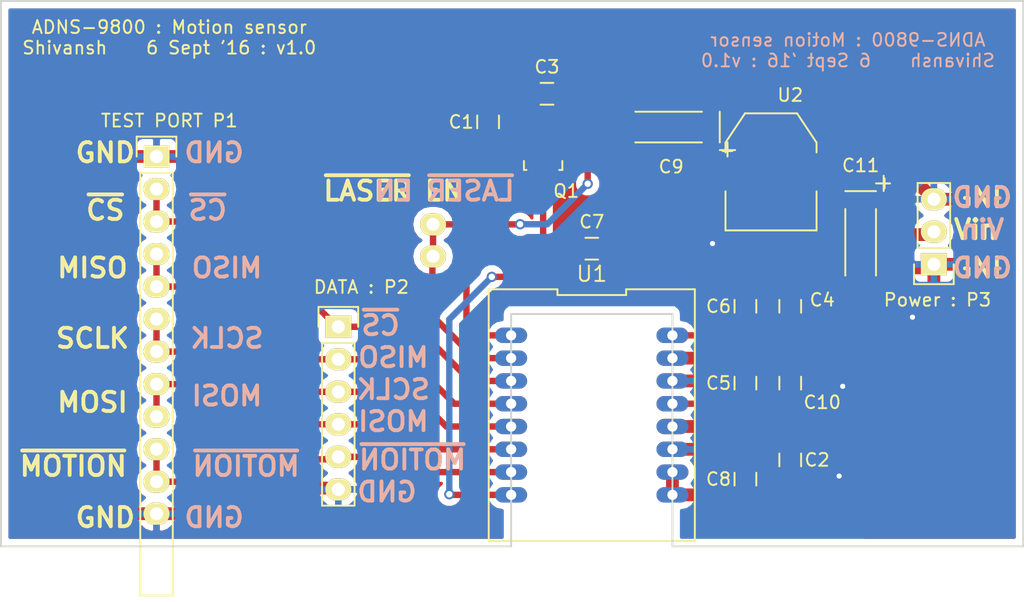
<source format=kicad_pcb>
(kicad_pcb (version 4) (host pcbnew 4.0.3-stable)

  (general
    (links 56)
    (no_connects 0)
    (area 99.774999 88.574999 179.775001 131.325001)
    (thickness 1.6)
    (drawings 40)
    (tracks 192)
    (zones 0)
    (modules 17)
    (nets 13)
  )

  (page A4)
  (layers
    (0 F.Cu signal)
    (31 B.Cu jumper)
    (34 B.Paste user)
    (35 F.Paste user)
    (36 B.SilkS user)
    (37 F.SilkS user)
    (38 B.Mask user)
    (39 F.Mask user)
    (40 Dwgs.User user)
    (41 Cmts.User user)
    (44 Edge.Cuts user)
  )

  (setup
    (last_trace_width 0.5)
    (trace_clearance 0.3)
    (zone_clearance 0.508)
    (zone_45_only no)
    (trace_min 0.2)
    (segment_width 0.2)
    (edge_width 0.15)
    (via_size 0.8)
    (via_drill 0.5)
    (via_min_size 0.4)
    (via_min_drill 0.3)
    (uvia_size 0.3)
    (uvia_drill 0.1)
    (uvias_allowed no)
    (uvia_min_size 0.2)
    (uvia_min_drill 0.1)
    (pcb_text_width 0.3)
    (pcb_text_size 1.5 1.5)
    (mod_edge_width 0.15)
    (mod_text_size 1 1)
    (mod_text_width 0.15)
    (pad_size 1.524 1.524)
    (pad_drill 0.762)
    (pad_to_mask_clearance 0.2)
    (aux_axis_origin 0 0)
    (visible_elements 7FFFFFFF)
    (pcbplotparams
      (layerselection 0x00030_80000001)
      (usegerberextensions false)
      (excludeedgelayer true)
      (linewidth 0.100000)
      (plotframeref false)
      (viasonmask false)
      (mode 1)
      (useauxorigin false)
      (hpglpennumber 1)
      (hpglpenspeed 20)
      (hpglpendiameter 15)
      (hpglpenoverlay 2)
      (psnegative false)
      (psa4output false)
      (plotreference true)
      (plotvalue true)
      (plotinvisibletext false)
      (padsonsilk false)
      (subtractmaskfromsilk false)
      (outputformat 1)
      (mirror false)
      (drillshape 1)
      (scaleselection 1)
      (outputdirectory ""))
  )

  (net 0 "")
  (net 1 "Net-(C7-Pad1)")
  (net 2 "Net-(C7-Pad2)")
  (net 3 GND)
  (net 4 VDD)
  (net 5 "Net-(C10-Pad1)")
  (net 6 /VIN)
  (net 7 /~CS)
  (net 8 /~Laser_EN)
  (net 9 /MISO)
  (net 10 /~Motion)
  (net 11 /SCLK)
  (net 12 /MOSI)

  (net_class Default "This is the default net class."
    (clearance 0.3)
    (trace_width 0.5)
    (via_dia 0.8)
    (via_drill 0.5)
    (uvia_dia 0.3)
    (uvia_drill 0.1)
    (add_net /MISO)
    (add_net /MOSI)
    (add_net /SCLK)
    (add_net /~CS)
    (add_net /~Laser_EN)
    (add_net /~Motion)
    (add_net "Net-(C10-Pad1)")
    (add_net "Net-(C7-Pad1)")
    (add_net "Net-(C7-Pad2)")
  )

  (net_class Power ""
    (clearance 0.4)
    (trace_width 1)
    (via_dia 0.9)
    (via_drill 0.4)
    (uvia_dia 0.3)
    (uvia_drill 0.1)
    (add_net /VIN)
    (add_net GND)
    (add_net VDD)
  )

  (module Pin_Headers:Pin_Header_Straight_1x14 (layer F.Cu) (tedit 57CEC388) (tstamp 57C833C0)
    (at 112 100.8)
    (descr "Through hole pin header")
    (tags "pin header")
    (path /57CA811E)
    (fp_text reference "TEST PORT P1" (at 1 -2.8) (layer F.SilkS)
      (effects (font (size 1 1) (thickness 0.15)))
    )
    (fp_text value "Test Port" (at 5.5 1.7) (layer F.Fab)
      (effects (font (size 1 1) (thickness 0.15)))
    )
    (fp_line (start -1.75 -1.75) (end -1.75 34.8) (layer F.CrtYd) (width 0.05))
    (fp_line (start 1.75 -1.75) (end 1.75 34.8) (layer F.CrtYd) (width 0.05))
    (fp_line (start -1.75 -1.75) (end 1.75 -1.75) (layer F.CrtYd) (width 0.05))
    (fp_line (start -1.75 34.8) (end 1.75 34.8) (layer F.CrtYd) (width 0.05))
    (fp_line (start -1.27 1.27) (end -1.27 34.29) (layer F.SilkS) (width 0.15))
    (fp_line (start -1.27 34.29) (end 1.27 34.29) (layer F.SilkS) (width 0.15))
    (fp_line (start 1.27 34.29) (end 1.27 1.27) (layer F.SilkS) (width 0.15))
    (fp_line (start 1.55 -1.55) (end 1.55 0) (layer F.SilkS) (width 0.15))
    (fp_line (start 1.27 1.27) (end -1.27 1.27) (layer F.SilkS) (width 0.15))
    (fp_line (start -1.55 0) (end -1.55 -1.55) (layer F.SilkS) (width 0.15))
    (fp_line (start -1.55 -1.55) (end 1.55 -1.55) (layer F.SilkS) (width 0.15))
    (pad 1 thru_hole rect (at 0 0) (size 2.032 1.7272) (drill 1.016) (layers *.Cu *.Mask F.SilkS)
      (net 3 GND))
    (pad 2 thru_hole oval (at 0 2.54) (size 2.032 1.7272) (drill 1.016) (layers *.Cu *.Mask F.SilkS)
      (net 7 /~CS))
    (pad 3 thru_hole oval (at 0 5.08) (size 2.032 1.7272) (drill 1.016) (layers *.Cu *.Mask F.SilkS)
      (net 7 /~CS))
    (pad 4 thru_hole oval (at 0 7.62) (size 2.032 1.7272) (drill 1.016) (layers *.Cu *.Mask F.SilkS)
      (net 9 /MISO))
    (pad 5 thru_hole oval (at 0 10.16) (size 2.032 1.7272) (drill 1.016) (layers *.Cu *.Mask F.SilkS)
      (net 9 /MISO))
    (pad 6 thru_hole oval (at 0 12.7) (size 2.032 1.7272) (drill 1.016) (layers *.Cu *.Mask F.SilkS)
      (net 11 /SCLK))
    (pad 7 thru_hole oval (at 0 15.24) (size 2.032 1.7272) (drill 1.016) (layers *.Cu *.Mask F.SilkS)
      (net 11 /SCLK))
    (pad 8 thru_hole oval (at 0 17.78) (size 2.032 1.7272) (drill 1.016) (layers *.Cu *.Mask F.SilkS)
      (net 12 /MOSI))
    (pad 9 thru_hole oval (at 0 20.32) (size 2.032 1.7272) (drill 1.016) (layers *.Cu *.Mask F.SilkS)
      (net 12 /MOSI))
    (pad 10 thru_hole oval (at 0 22.86) (size 2.032 1.7272) (drill 1.016) (layers *.Cu *.Mask F.SilkS)
      (net 10 /~Motion))
    (pad 11 thru_hole oval (at 0 25.4) (size 2.032 1.7272) (drill 1.016) (layers *.Cu *.Mask F.SilkS)
      (net 10 /~Motion))
    (pad 12 thru_hole oval (at 21.6 5.3) (size 2.032 1.7272) (drill 1.016) (layers *.Cu *.Mask F.SilkS)
      (net 8 /~Laser_EN))
    (pad 13 thru_hole oval (at 21.6 7.8) (size 2.032 1.7272) (drill 1.016) (layers *.Cu *.Mask F.SilkS)
      (net 8 /~Laser_EN))
    (pad 14 thru_hole oval (at 0 27.9) (size 2.032 1.7272) (drill 1.016) (layers *.Cu *.Mask F.SilkS)
      (net 3 GND))
    (model Pin_Headers.3dshapes/Pin_Header_Straight_1x14.wrl
      (at (xyz 0 -0.65 0))
      (scale (xyz 1 1 1))
      (rotate (xyz 0 0 90))
    )
  )

  (module TO_SOT_Packages_SMD:SOT-223 (layer F.Cu) (tedit 57CEC522) (tstamp 57C8508D)
    (at 160 102)
    (descr "module CMS SOT223 4 pins")
    (tags "CMS SOT")
    (path /57CAEB05)
    (attr smd)
    (fp_text reference U2 (at 1.5 -6) (layer F.SilkS)
      (effects (font (size 1 1) (thickness 0.15)))
    )
    (fp_text value LD1117S33CTR (at 0 0.762) (layer F.Fab)
      (effects (font (size 1 1) (thickness 0.15)))
    )
    (fp_line (start -3.556 1.524) (end -3.556 4.572) (layer F.SilkS) (width 0.15))
    (fp_line (start -3.556 4.572) (end 3.556 4.572) (layer F.SilkS) (width 0.15))
    (fp_line (start 3.556 4.572) (end 3.556 1.524) (layer F.SilkS) (width 0.15))
    (fp_line (start -3.556 -1.524) (end -3.556 -2.286) (layer F.SilkS) (width 0.15))
    (fp_line (start -3.556 -2.286) (end -2.032 -4.572) (layer F.SilkS) (width 0.15))
    (fp_line (start -2.032 -4.572) (end 2.032 -4.572) (layer F.SilkS) (width 0.15))
    (fp_line (start 2.032 -4.572) (end 3.556 -2.286) (layer F.SilkS) (width 0.15))
    (fp_line (start 3.556 -2.286) (end 3.556 -1.524) (layer F.SilkS) (width 0.15))
    (pad 2 smd rect (at 0 -3.302) (size 3.6576 2.032) (layers F.Cu F.Paste F.Mask)
      (net 4 VDD))
    (pad 2 smd rect (at 0 3.302) (size 1.016 2.032) (layers F.Cu F.Paste F.Mask)
      (net 4 VDD))
    (pad 3 smd rect (at 2.286 3.302) (size 1.016 2.032) (layers F.Cu F.Paste F.Mask)
      (net 6 /VIN))
    (pad 1 smd rect (at -2.286 3.302) (size 1.016 2.032) (layers F.Cu F.Paste F.Mask)
      (net 3 GND))
    (model TO_SOT_Packages_SMD.3dshapes/SOT-223.wrl
      (at (xyz 0 0 0))
      (scale (xyz 0.4 0.4 0.4))
      (rotate (xyz 0 0 0))
    )
  )

  (module Capacitors_SMD:C_0805_HandSoldering (layer F.Cu) (tedit 57CEC3D8) (tstamp 57C531F1)
    (at 137.9 98.1 90)
    (descr "Capacitor SMD 0805, hand soldering")
    (tags "capacitor 0805")
    (path /57BC3FBD)
    (attr smd)
    (fp_text reference C1 (at 0 -2.1 180) (layer F.SilkS)
      (effects (font (size 1 1) (thickness 0.15)))
    )
    (fp_text value 1uF (at 0 2.1 90) (layer F.Fab)
      (effects (font (size 1 1) (thickness 0.15)))
    )
    (fp_line (start -2.3 -1) (end 2.3 -1) (layer F.CrtYd) (width 0.05))
    (fp_line (start -2.3 1) (end 2.3 1) (layer F.CrtYd) (width 0.05))
    (fp_line (start -2.3 -1) (end -2.3 1) (layer F.CrtYd) (width 0.05))
    (fp_line (start 2.3 -1) (end 2.3 1) (layer F.CrtYd) (width 0.05))
    (fp_line (start 0.5 -0.85) (end -0.5 -0.85) (layer F.SilkS) (width 0.15))
    (fp_line (start -0.5 0.85) (end 0.5 0.85) (layer F.SilkS) (width 0.15))
    (pad 1 smd rect (at -1.25 0 90) (size 1.5 1.25) (layers F.Cu F.Paste F.Mask)
      (net 4 VDD))
    (pad 2 smd rect (at 1.25 0 90) (size 1.5 1.25) (layers F.Cu F.Paste F.Mask)
      (net 3 GND))
    (model Capacitors_SMD.3dshapes/C_0805_HandSoldering.wrl
      (at (xyz 0 0 0))
      (scale (xyz 1 1 1))
      (rotate (xyz 0 0 0))
    )
  )

  (module Capacitors_SMD:C_0805_HandSoldering (layer F.Cu) (tedit 57CEC5E7) (tstamp 57C531F7)
    (at 161.5 124.5 270)
    (descr "Capacitor SMD 0805, hand soldering")
    (tags "capacitor 0805")
    (path /57BC545F)
    (attr smd)
    (fp_text reference C2 (at 0 -2.1 360) (layer F.SilkS)
      (effects (font (size 1 1) (thickness 0.15)))
    )
    (fp_text value 0.1uF (at 0 2.1 270) (layer F.Fab)
      (effects (font (size 1 1) (thickness 0.15)))
    )
    (fp_line (start -2.3 -1) (end 2.3 -1) (layer F.CrtYd) (width 0.05))
    (fp_line (start -2.3 1) (end 2.3 1) (layer F.CrtYd) (width 0.05))
    (fp_line (start -2.3 -1) (end -2.3 1) (layer F.CrtYd) (width 0.05))
    (fp_line (start 2.3 -1) (end 2.3 1) (layer F.CrtYd) (width 0.05))
    (fp_line (start 0.5 -0.85) (end -0.5 -0.85) (layer F.SilkS) (width 0.15))
    (fp_line (start -0.5 0.85) (end 0.5 0.85) (layer F.SilkS) (width 0.15))
    (pad 1 smd rect (at -1.25 0 270) (size 1.5 1.25) (layers F.Cu F.Paste F.Mask)
      (net 4 VDD))
    (pad 2 smd rect (at 1.25 0 270) (size 1.5 1.25) (layers F.Cu F.Paste F.Mask)
      (net 3 GND))
    (model Capacitors_SMD.3dshapes/C_0805_HandSoldering.wrl
      (at (xyz 0 0 0))
      (scale (xyz 1 1 1))
      (rotate (xyz 0 0 0))
    )
  )

  (module Capacitors_SMD:C_0805_HandSoldering (layer F.Cu) (tedit 541A9B8D) (tstamp 57C531FD)
    (at 142.5 95.9)
    (descr "Capacitor SMD 0805, hand soldering")
    (tags "capacitor 0805")
    (path /57BC3F7C)
    (attr smd)
    (fp_text reference C3 (at 0 -2.1) (layer F.SilkS)
      (effects (font (size 1 1) (thickness 0.15)))
    )
    (fp_text value 0.1uF (at 0 2.1) (layer F.Fab)
      (effects (font (size 1 1) (thickness 0.15)))
    )
    (fp_line (start -2.3 -1) (end 2.3 -1) (layer F.CrtYd) (width 0.05))
    (fp_line (start -2.3 1) (end 2.3 1) (layer F.CrtYd) (width 0.05))
    (fp_line (start -2.3 -1) (end -2.3 1) (layer F.CrtYd) (width 0.05))
    (fp_line (start 2.3 -1) (end 2.3 1) (layer F.CrtYd) (width 0.05))
    (fp_line (start 0.5 -0.85) (end -0.5 -0.85) (layer F.SilkS) (width 0.15))
    (fp_line (start -0.5 0.85) (end 0.5 0.85) (layer F.SilkS) (width 0.15))
    (pad 1 smd rect (at -1.25 0) (size 1.5 1.25) (layers F.Cu F.Paste F.Mask)
      (net 4 VDD))
    (pad 2 smd rect (at 1.25 0) (size 1.5 1.25) (layers F.Cu F.Paste F.Mask)
      (net 3 GND))
    (model Capacitors_SMD.3dshapes/C_0805_HandSoldering.wrl
      (at (xyz 0 0 0))
      (scale (xyz 1 1 1))
      (rotate (xyz 0 0 0))
    )
  )

  (module Capacitors_SMD:C_0805_HandSoldering (layer F.Cu) (tedit 57CEC5C3) (tstamp 57C53203)
    (at 161.5 112.5 90)
    (descr "Capacitor SMD 0805, hand soldering")
    (tags "capacitor 0805")
    (path /57BC4F59)
    (attr smd)
    (fp_text reference C4 (at 0.5 2.5 180) (layer F.SilkS)
      (effects (font (size 1 1) (thickness 0.15)))
    )
    (fp_text value 0.1uF (at 0 2.1 90) (layer F.Fab)
      (effects (font (size 1 1) (thickness 0.15)))
    )
    (fp_line (start -2.3 -1) (end 2.3 -1) (layer F.CrtYd) (width 0.05))
    (fp_line (start -2.3 1) (end 2.3 1) (layer F.CrtYd) (width 0.05))
    (fp_line (start -2.3 -1) (end -2.3 1) (layer F.CrtYd) (width 0.05))
    (fp_line (start 2.3 -1) (end 2.3 1) (layer F.CrtYd) (width 0.05))
    (fp_line (start 0.5 -0.85) (end -0.5 -0.85) (layer F.SilkS) (width 0.15))
    (fp_line (start -0.5 0.85) (end 0.5 0.85) (layer F.SilkS) (width 0.15))
    (pad 1 smd rect (at -1.25 0 90) (size 1.5 1.25) (layers F.Cu F.Paste F.Mask)
      (net 4 VDD))
    (pad 2 smd rect (at 1.25 0 90) (size 1.5 1.25) (layers F.Cu F.Paste F.Mask)
      (net 3 GND))
    (model Capacitors_SMD.3dshapes/C_0805_HandSoldering.wrl
      (at (xyz 0 0 0))
      (scale (xyz 1 1 1))
      (rotate (xyz 0 0 0))
    )
  )

  (module Capacitors_SMD:C_0805_HandSoldering (layer F.Cu) (tedit 57CEC5C9) (tstamp 57C53209)
    (at 158 118.5 90)
    (descr "Capacitor SMD 0805, hand soldering")
    (tags "capacitor 0805")
    (path /57BC61DB)
    (attr smd)
    (fp_text reference C5 (at 0 -2.1 180) (layer F.SilkS)
      (effects (font (size 1 1) (thickness 0.15)))
    )
    (fp_text value 10uF (at 0 2.1 90) (layer F.Fab)
      (effects (font (size 1 1) (thickness 0.15)))
    )
    (fp_line (start -2.3 -1) (end 2.3 -1) (layer F.CrtYd) (width 0.05))
    (fp_line (start -2.3 1) (end 2.3 1) (layer F.CrtYd) (width 0.05))
    (fp_line (start -2.3 -1) (end -2.3 1) (layer F.CrtYd) (width 0.05))
    (fp_line (start 2.3 -1) (end 2.3 1) (layer F.CrtYd) (width 0.05))
    (fp_line (start 0.5 -0.85) (end -0.5 -0.85) (layer F.SilkS) (width 0.15))
    (fp_line (start -0.5 0.85) (end 0.5 0.85) (layer F.SilkS) (width 0.15))
    (pad 1 smd rect (at -1.25 0 90) (size 1.5 1.25) (layers F.Cu F.Paste F.Mask)
      (net 5 "Net-(C10-Pad1)"))
    (pad 2 smd rect (at 1.25 0 90) (size 1.5 1.25) (layers F.Cu F.Paste F.Mask)
      (net 3 GND))
    (model Capacitors_SMD.3dshapes/C_0805_HandSoldering.wrl
      (at (xyz 0 0 0))
      (scale (xyz 1 1 1))
      (rotate (xyz 0 0 0))
    )
  )

  (module Capacitors_SMD:C_0805_HandSoldering (layer F.Cu) (tedit 57CEC5AD) (tstamp 57C5320F)
    (at 158 112.5 90)
    (descr "Capacitor SMD 0805, hand soldering")
    (tags "capacitor 0805")
    (path /57BC4FF1)
    (attr smd)
    (fp_text reference C6 (at 0 -2.1 180) (layer F.SilkS)
      (effects (font (size 1 1) (thickness 0.15)))
    )
    (fp_text value 3.3uF (at 0 2.1 90) (layer F.Fab)
      (effects (font (size 1 1) (thickness 0.15)))
    )
    (fp_line (start -2.3 -1) (end 2.3 -1) (layer F.CrtYd) (width 0.05))
    (fp_line (start -2.3 1) (end 2.3 1) (layer F.CrtYd) (width 0.05))
    (fp_line (start -2.3 -1) (end -2.3 1) (layer F.CrtYd) (width 0.05))
    (fp_line (start 2.3 -1) (end 2.3 1) (layer F.CrtYd) (width 0.05))
    (fp_line (start 0.5 -0.85) (end -0.5 -0.85) (layer F.SilkS) (width 0.15))
    (fp_line (start -0.5 0.85) (end 0.5 0.85) (layer F.SilkS) (width 0.15))
    (pad 1 smd rect (at -1.25 0 90) (size 1.5 1.25) (layers F.Cu F.Paste F.Mask)
      (net 4 VDD))
    (pad 2 smd rect (at 1.25 0 90) (size 1.5 1.25) (layers F.Cu F.Paste F.Mask)
      (net 3 GND))
    (model Capacitors_SMD.3dshapes/C_0805_HandSoldering.wrl
      (at (xyz 0 0 0))
      (scale (xyz 1 1 1))
      (rotate (xyz 0 0 0))
    )
  )

  (module Capacitors_SMD:C_0805_HandSoldering (layer F.Cu) (tedit 541A9B8D) (tstamp 57C53215)
    (at 146 108)
    (descr "Capacitor SMD 0805, hand soldering")
    (tags "capacitor 0805")
    (path /57C9AB8F)
    (attr smd)
    (fp_text reference C7 (at 0 -2.1) (layer F.SilkS)
      (effects (font (size 1 1) (thickness 0.15)))
    )
    (fp_text value 470pF (at 0 2.1) (layer F.Fab)
      (effects (font (size 1 1) (thickness 0.15)))
    )
    (fp_line (start -2.3 -1) (end 2.3 -1) (layer F.CrtYd) (width 0.05))
    (fp_line (start -2.3 1) (end 2.3 1) (layer F.CrtYd) (width 0.05))
    (fp_line (start -2.3 -1) (end -2.3 1) (layer F.CrtYd) (width 0.05))
    (fp_line (start 2.3 -1) (end 2.3 1) (layer F.CrtYd) (width 0.05))
    (fp_line (start 0.5 -0.85) (end -0.5 -0.85) (layer F.SilkS) (width 0.15))
    (fp_line (start -0.5 0.85) (end 0.5 0.85) (layer F.SilkS) (width 0.15))
    (pad 1 smd rect (at -1.25 0) (size 1.5 1.25) (layers F.Cu F.Paste F.Mask)
      (net 1 "Net-(C7-Pad1)"))
    (pad 2 smd rect (at 1.25 0) (size 1.5 1.25) (layers F.Cu F.Paste F.Mask)
      (net 2 "Net-(C7-Pad2)"))
    (model Capacitors_SMD.3dshapes/C_0805_HandSoldering.wrl
      (at (xyz 0 0 0))
      (scale (xyz 1 1 1))
      (rotate (xyz 0 0 0))
    )
  )

  (module Capacitors_SMD:C_0805_HandSoldering (layer F.Cu) (tedit 57CEC5E9) (tstamp 57C5321B)
    (at 158 126 90)
    (descr "Capacitor SMD 0805, hand soldering")
    (tags "capacitor 0805")
    (path /57BC5617)
    (attr smd)
    (fp_text reference C8 (at 0 -2.1 180) (layer F.SilkS)
      (effects (font (size 1 1) (thickness 0.15)))
    )
    (fp_text value 10uF (at 0 2.1 90) (layer F.Fab)
      (effects (font (size 1 1) (thickness 0.15)))
    )
    (fp_line (start -2.3 -1) (end 2.3 -1) (layer F.CrtYd) (width 0.05))
    (fp_line (start -2.3 1) (end 2.3 1) (layer F.CrtYd) (width 0.05))
    (fp_line (start -2.3 -1) (end -2.3 1) (layer F.CrtYd) (width 0.05))
    (fp_line (start 2.3 -1) (end 2.3 1) (layer F.CrtYd) (width 0.05))
    (fp_line (start 0.5 -0.85) (end -0.5 -0.85) (layer F.SilkS) (width 0.15))
    (fp_line (start -0.5 0.85) (end 0.5 0.85) (layer F.SilkS) (width 0.15))
    (pad 1 smd rect (at -1.25 0 90) (size 1.5 1.25) (layers F.Cu F.Paste F.Mask)
      (net 4 VDD))
    (pad 2 smd rect (at 1.25 0 90) (size 1.5 1.25) (layers F.Cu F.Paste F.Mask)
      (net 3 GND))
    (model Capacitors_SMD.3dshapes/C_0805_HandSoldering.wrl
      (at (xyz 0 0 0))
      (scale (xyz 1 1 1))
      (rotate (xyz 0 0 0))
    )
  )

  (module Capacitors_Tantalum_SMD:TantalC_SizeA_EIA-3216_HandSoldering (layer F.Cu) (tedit 0) (tstamp 57C53221)
    (at 152 98.5 180)
    (descr "Tantal Cap. , Size A, EIA-3216, Hand Soldering,")
    (tags "Tantal Cap. , Size A, EIA-3216, Hand Soldering,")
    (path /57C55610)
    (attr smd)
    (fp_text reference C9 (at -0.20066 -3.0988 180) (layer F.SilkS)
      (effects (font (size 1 1) (thickness 0.15)))
    )
    (fp_text value 10u (at -0.09906 3.0988 180) (layer F.Fab)
      (effects (font (size 1 1) (thickness 0.15)))
    )
    (fp_text user + (at -4.59994 -1.80086 180) (layer F.SilkS)
      (effects (font (size 1 1) (thickness 0.15)))
    )
    (fp_line (start -2.60096 1.19888) (end 2.60096 1.19888) (layer F.SilkS) (width 0.15))
    (fp_line (start 2.60096 -1.19888) (end -2.60096 -1.19888) (layer F.SilkS) (width 0.15))
    (fp_line (start -4.59994 -2.2987) (end -4.59994 -1.19888) (layer F.SilkS) (width 0.15))
    (fp_line (start -5.19938 -1.79832) (end -4.0005 -1.79832) (layer F.SilkS) (width 0.15))
    (fp_line (start -3.99542 -1.19888) (end -3.99542 1.19888) (layer F.SilkS) (width 0.15))
    (pad 2 smd rect (at 1.99898 0 180) (size 2.99974 1.50114) (layers F.Cu F.Paste F.Mask)
      (net 3 GND))
    (pad 1 smd rect (at -1.99898 0 180) (size 2.99974 1.50114) (layers F.Cu F.Paste F.Mask)
      (net 4 VDD))
    (model Capacitors_Tantalum_SMD.3dshapes/TantalC_SizeA_EIA-3216_HandSoldering.wrl
      (at (xyz 0 0 0))
      (scale (xyz 1 1 1))
      (rotate (xyz 0 0 180))
    )
  )

  (module Capacitors_SMD:C_0805_HandSoldering (layer F.Cu) (tedit 57CEC5E4) (tstamp 57C53227)
    (at 161.5 118.5 90)
    (descr "Capacitor SMD 0805, hand soldering")
    (tags "capacitor 0805")
    (path /57BC6261)
    (attr smd)
    (fp_text reference C10 (at -1.5 2.5 180) (layer F.SilkS)
      (effects (font (size 1 1) (thickness 0.15)))
    )
    (fp_text value 0.1uF (at 0 2.1 90) (layer F.Fab)
      (effects (font (size 1 1) (thickness 0.15)))
    )
    (fp_line (start -2.3 -1) (end 2.3 -1) (layer F.CrtYd) (width 0.05))
    (fp_line (start -2.3 1) (end 2.3 1) (layer F.CrtYd) (width 0.05))
    (fp_line (start -2.3 -1) (end -2.3 1) (layer F.CrtYd) (width 0.05))
    (fp_line (start 2.3 -1) (end 2.3 1) (layer F.CrtYd) (width 0.05))
    (fp_line (start 0.5 -0.85) (end -0.5 -0.85) (layer F.SilkS) (width 0.15))
    (fp_line (start -0.5 0.85) (end 0.5 0.85) (layer F.SilkS) (width 0.15))
    (pad 1 smd rect (at -1.25 0 90) (size 1.5 1.25) (layers F.Cu F.Paste F.Mask)
      (net 5 "Net-(C10-Pad1)"))
    (pad 2 smd rect (at 1.25 0 90) (size 1.5 1.25) (layers F.Cu F.Paste F.Mask)
      (net 3 GND))
    (model Capacitors_SMD.3dshapes/C_0805_HandSoldering.wrl
      (at (xyz 0 0 0))
      (scale (xyz 1 1 1))
      (rotate (xyz 0 0 0))
    )
  )

  (module Capacitors_Tantalum_SMD:TantalC_SizeA_EIA-3216_HandSoldering (layer F.Cu) (tedit 57CEC531) (tstamp 57C5322D)
    (at 167 107.5 270)
    (descr "Tantal Cap. , Size A, EIA-3216, Hand Soldering,")
    (tags "Tantal Cap. , Size A, EIA-3216, Hand Soldering,")
    (path /57C559AC)
    (attr smd)
    (fp_text reference C11 (at -6 0 360) (layer F.SilkS)
      (effects (font (size 1 1) (thickness 0.15)))
    )
    (fp_text value 10u (at -0.09906 3.0988 270) (layer F.Fab)
      (effects (font (size 1 1) (thickness 0.15)))
    )
    (fp_text user + (at -4.59994 -1.80086 270) (layer F.SilkS)
      (effects (font (size 1 1) (thickness 0.15)))
    )
    (fp_line (start -2.60096 1.19888) (end 2.60096 1.19888) (layer F.SilkS) (width 0.15))
    (fp_line (start 2.60096 -1.19888) (end -2.60096 -1.19888) (layer F.SilkS) (width 0.15))
    (fp_line (start -4.59994 -2.2987) (end -4.59994 -1.19888) (layer F.SilkS) (width 0.15))
    (fp_line (start -5.19938 -1.79832) (end -4.0005 -1.79832) (layer F.SilkS) (width 0.15))
    (fp_line (start -3.99542 -1.19888) (end -3.99542 1.19888) (layer F.SilkS) (width 0.15))
    (pad 2 smd rect (at 1.99898 0 270) (size 2.99974 1.50114) (layers F.Cu F.Paste F.Mask)
      (net 3 GND))
    (pad 1 smd rect (at -1.99898 0 270) (size 2.99974 1.50114) (layers F.Cu F.Paste F.Mask)
      (net 6 /VIN))
    (model Capacitors_Tantalum_SMD.3dshapes/TantalC_SizeA_EIA-3216_HandSoldering.wrl
      (at (xyz 0 0 0))
      (scale (xyz 1 1 1))
      (rotate (xyz 0 0 180))
    )
  )

  (module Pin_Headers:Pin_Header_Straight_1x03 (layer F.Cu) (tedit 57CEC547) (tstamp 57C53275)
    (at 172.72 109.22 180)
    (descr "Through hole pin header")
    (tags "pin header")
    (path /57BC2E51)
    (fp_text reference "Power : P3" (at -0.28 -2.78 180) (layer F.SilkS)
      (effects (font (size 1 1) (thickness 0.15)))
    )
    (fp_text value POWER (at -0.78 -6.78 180) (layer F.Fab)
      (effects (font (size 1 1) (thickness 0.15)))
    )
    (fp_line (start -1.75 -1.75) (end -1.75 6.85) (layer F.CrtYd) (width 0.05))
    (fp_line (start 1.75 -1.75) (end 1.75 6.85) (layer F.CrtYd) (width 0.05))
    (fp_line (start -1.75 -1.75) (end 1.75 -1.75) (layer F.CrtYd) (width 0.05))
    (fp_line (start -1.75 6.85) (end 1.75 6.85) (layer F.CrtYd) (width 0.05))
    (fp_line (start -1.27 1.27) (end -1.27 6.35) (layer F.SilkS) (width 0.15))
    (fp_line (start -1.27 6.35) (end 1.27 6.35) (layer F.SilkS) (width 0.15))
    (fp_line (start 1.27 6.35) (end 1.27 1.27) (layer F.SilkS) (width 0.15))
    (fp_line (start 1.55 -1.55) (end 1.55 0) (layer F.SilkS) (width 0.15))
    (fp_line (start 1.27 1.27) (end -1.27 1.27) (layer F.SilkS) (width 0.15))
    (fp_line (start -1.55 0) (end -1.55 -1.55) (layer F.SilkS) (width 0.15))
    (fp_line (start -1.55 -1.55) (end 1.55 -1.55) (layer F.SilkS) (width 0.15))
    (pad 1 thru_hole rect (at 0 0 180) (size 2.032 1.7272) (drill 1.016) (layers *.Cu *.Mask F.SilkS)
      (net 3 GND))
    (pad 2 thru_hole oval (at 0 2.54 180) (size 2.032 1.7272) (drill 1.016) (layers *.Cu *.Mask F.SilkS)
      (net 6 /VIN))
    (pad 3 thru_hole oval (at 0 5.08 180) (size 2.032 1.7272) (drill 1.016) (layers *.Cu *.Mask F.SilkS)
      (net 3 GND))
    (model Pin_Headers.3dshapes/Pin_Header_Straight_1x03.wrl
      (at (xyz 0 -0.1 0))
      (scale (xyz 1 1 1))
      (rotate (xyz 0 0 90))
    )
  )

  (module TO_SOT_Packages_SMD:SOT-23_Handsoldering (layer F.Cu) (tedit 57CEC51A) (tstamp 57C5327C)
    (at 142.2 101.2 180)
    (descr "SOT-23, Handsoldering")
    (tags SOT-23)
    (path /57C9AB95)
    (attr smd)
    (fp_text reference Q1 (at -1.8 -2.3 180) (layer F.SilkS)
      (effects (font (size 1 1) (thickness 0.15)))
    )
    (fp_text value Q_PMOS_GSD (at 0 3.81 180) (layer F.Fab)
      (effects (font (size 1 1) (thickness 0.15)))
    )
    (fp_line (start -1.49982 0.0508) (end -1.49982 -0.65024) (layer F.SilkS) (width 0.15))
    (fp_line (start -1.49982 -0.65024) (end -1.2509 -0.65024) (layer F.SilkS) (width 0.15))
    (fp_line (start 1.29916 -0.65024) (end 1.49982 -0.65024) (layer F.SilkS) (width 0.15))
    (fp_line (start 1.49982 -0.65024) (end 1.49982 0.0508) (layer F.SilkS) (width 0.15))
    (pad 1 smd rect (at -0.95 1.50114 180) (size 0.8001 1.80086) (layers F.Cu F.Paste F.Mask)
      (net 8 /~Laser_EN))
    (pad 2 smd rect (at 0.95 1.50114 180) (size 0.8001 1.80086) (layers F.Cu F.Paste F.Mask)
      (net 4 VDD))
    (pad 3 smd rect (at 0 -1.50114 180) (size 0.8001 1.80086) (layers F.Cu F.Paste F.Mask)
      (net 1 "Net-(C7-Pad1)"))
    (model TO_SOT_Packages_SMD.3dshapes/SOT-23_Handsoldering.wrl
      (at (xyz 0 0 0))
      (scale (xyz 1 1 1))
      (rotate (xyz 0 0 0))
    )
  )

  (module Pin_Headers:Pin_Header_Straight_1x06 (layer F.Cu) (tedit 57CEC3B4) (tstamp 57C833D1)
    (at 126.2 114.1)
    (descr "Through hole pin header")
    (tags "pin header")
    (path /57C9C26B)
    (fp_text reference "DATA : P2" (at 1.8 -3.1) (layer F.SilkS)
      (effects (font (size 1 1) (thickness 0.15)))
    )
    (fp_text value Data (at -4.2 -0.1) (layer F.Fab)
      (effects (font (size 1 1) (thickness 0.15)))
    )
    (fp_line (start -1.75 -1.75) (end -1.75 14.45) (layer F.CrtYd) (width 0.05))
    (fp_line (start 1.75 -1.75) (end 1.75 14.45) (layer F.CrtYd) (width 0.05))
    (fp_line (start -1.75 -1.75) (end 1.75 -1.75) (layer F.CrtYd) (width 0.05))
    (fp_line (start -1.75 14.45) (end 1.75 14.45) (layer F.CrtYd) (width 0.05))
    (fp_line (start 1.27 1.27) (end 1.27 13.97) (layer F.SilkS) (width 0.15))
    (fp_line (start 1.27 13.97) (end -1.27 13.97) (layer F.SilkS) (width 0.15))
    (fp_line (start -1.27 13.97) (end -1.27 1.27) (layer F.SilkS) (width 0.15))
    (fp_line (start 1.55 -1.55) (end 1.55 0) (layer F.SilkS) (width 0.15))
    (fp_line (start 1.27 1.27) (end -1.27 1.27) (layer F.SilkS) (width 0.15))
    (fp_line (start -1.55 0) (end -1.55 -1.55) (layer F.SilkS) (width 0.15))
    (fp_line (start -1.55 -1.55) (end 1.55 -1.55) (layer F.SilkS) (width 0.15))
    (pad 1 thru_hole rect (at 0 0) (size 2.032 1.7272) (drill 1.016) (layers *.Cu *.Mask F.SilkS)
      (net 7 /~CS))
    (pad 2 thru_hole oval (at 0 2.54) (size 2.032 1.7272) (drill 1.016) (layers *.Cu *.Mask F.SilkS)
      (net 9 /MISO))
    (pad 3 thru_hole oval (at 0 5.08) (size 2.032 1.7272) (drill 1.016) (layers *.Cu *.Mask F.SilkS)
      (net 11 /SCLK))
    (pad 4 thru_hole oval (at 0 7.62) (size 2.032 1.7272) (drill 1.016) (layers *.Cu *.Mask F.SilkS)
      (net 12 /MOSI))
    (pad 5 thru_hole oval (at 0 10.16) (size 2.032 1.7272) (drill 1.016) (layers *.Cu *.Mask F.SilkS)
      (net 10 /~Motion))
    (pad 6 thru_hole oval (at 0 12.7) (size 2.032 1.7272) (drill 1.016) (layers *.Cu *.Mask F.SilkS)
      (net 3 GND))
    (model Pin_Headers.3dshapes/Pin_Header_Straight_1x06.wrl
      (at (xyz 0 -0.25 0))
      (scale (xyz 1 1 1))
      (rotate (xyz 0 0 90))
    )
  )

  (module z_sensor_proto:DIP-16_SEPT2_new (layer F.Cu) (tedit 0) (tstamp 57C96972)
    (at 146 121 270)
    (path /57C98AB3)
    (fp_text reference U1 (at -11.03 0 360) (layer F.SilkS)
      (effects (font (size 1.2 1.2) (thickness 0.15)))
    )
    (fp_text value ADSN9800 (at 0 0 270) (layer F.Fab)
      (effects (font (size 1.2 1.2) (thickness 0.15)))
    )
    (fp_line (start -9.83 8.049999) (end 9.83 8.05) (layer F.SilkS) (width 0.15))
    (fp_line (start 9.83 8.05) (end 9.83 -8.049999) (layer F.SilkS) (width 0.15))
    (fp_line (start 9.83 -8.049999) (end -9.83 -8.05) (layer F.SilkS) (width 0.15))
    (fp_line (start -9.83 -8.05) (end -9.83 -2.683333) (layer F.SilkS) (width 0.15))
    (fp_line (start -9.83 -2.683333) (end -9.38 -2.683333) (layer F.SilkS) (width 0.15))
    (fp_line (start -9.38 -2.683333) (end -9.38 2.683333) (layer F.SilkS) (width 0.15))
    (fp_line (start -9.38 2.683333) (end -9.83 2.683333) (layer F.SilkS) (width 0.15))
    (fp_line (start -9.83 2.683333) (end -9.83 8.049999) (layer F.SilkS) (width 0.15))
    (pad 16 thru_hole oval (at -6.23 -6.3 270) (size 1.2 2.5) (drill 0.8) (layers *.Cu *.Mask)
      (net 2 "Net-(C7-Pad2)"))
    (pad 1 thru_hole oval (at -6.23 6.3 270) (size 1.2 2.5) (drill 0.8) (layers *.Cu *.Mask)
      (net 1 "Net-(C7-Pad1)"))
    (pad 15 thru_hole oval (at -4.45 -6.3 270) (size 1.2 2.5) (drill 0.8) (layers *.Cu *.Mask)
      (net 4 VDD))
    (pad 2 thru_hole oval (at -4.45 6.3 270) (size 1.2 2.5) (drill 0.8) (layers *.Cu *.Mask)
      (net 8 /~Laser_EN))
    (pad 14 thru_hole oval (at -2.67 -6.3 270) (size 1.2 2.5) (drill 0.8) (layers *.Cu *.Mask)
      (net 3 GND))
    (pad 3 thru_hole oval (at -2.67 6.3 270) (size 1.2 2.5) (drill 0.8) (layers *.Cu *.Mask)
      (net 7 /~CS))
    (pad 13 thru_hole oval (at -0.89 -6.3 270) (size 1.2 2.5) (drill 0.8) (layers *.Cu *.Mask)
      (net 5 "Net-(C10-Pad1)"))
    (pad 4 thru_hole oval (at -0.89 6.3 270) (size 1.2 2.5) (drill 0.8) (layers *.Cu *.Mask)
      (net 9 /MISO))
    (pad 12 thru_hole oval (at 0.89 -6.3 270) (size 1.2 2.5) (drill 0.8) (layers *.Cu *.Mask)
      (net 4 VDD))
    (pad 5 thru_hole oval (at 0.89 6.3 270) (size 1.2 2.5) (drill 0.8) (layers *.Cu *.Mask)
      (net 11 /SCLK))
    (pad 11 thru_hole oval (at 2.67 -6.3 270) (size 1.2 2.5) (drill 0.8) (layers *.Cu *.Mask)
      (net 3 GND))
    (pad 6 thru_hole oval (at 2.67 6.3 270) (size 1.2 2.5) (drill 0.8) (layers *.Cu *.Mask)
      (net 12 /MOSI))
    (pad 10 thru_hole oval (at 4.45 -6.3 270) (size 1.2 2.5) (drill 0.8) (layers *.Cu *.Mask)
      (net 4 VDD))
    (pad 7 thru_hole oval (at 4.45 6.3 270) (size 1.2 2.5) (drill 0.8) (layers *.Cu *.Mask)
      (net 10 /~Motion))
    (pad 9 thru_hole oval (at 6.23 -6.3 270) (size 1.2 2.5) (drill 0.8) (layers *.Cu *.Mask)
      (net 4 VDD))
    (pad 8 thru_hole oval (at 6.23 6.3 270) (size 1.2 2.5) (drill 0.8) (layers *.Cu *.Mask)
      (net 2 "Net-(C7-Pad2)"))
  )

  (gr_text "ADNS-9800 : Motion sensor\nShivansh    6 Sept '16 : v1.0" (at 166 92.5) (layer B.SilkS)
    (effects (font (size 1 1) (thickness 0.15)) (justify mirror))
  )
  (gr_text GND (at 176.5 109.5) (layer B.SilkS)
    (effects (font (size 1.5 1.5) (thickness 0.3)) (justify mirror))
  )
  (gr_text Vin (at 176.5 106.5) (layer B.SilkS)
    (effects (font (size 1.5 1.5) (thickness 0.3)) (justify mirror))
  )
  (gr_text GND (at 176.5 104) (layer B.SilkS)
    (effects (font (size 1.5 1.5) (thickness 0.3)) (justify mirror))
  )
  (gr_text GND (at 130 127) (layer B.SilkS)
    (effects (font (size 1.5 1.5) (thickness 0.3)) (justify mirror))
  )
  (gr_text ~MOTION (at 132 124.5) (layer B.SilkS)
    (effects (font (size 1.5 1.5) (thickness 0.3)) (justify mirror))
  )
  (gr_text MOSI (at 130.5 121.5) (layer B.SilkS)
    (effects (font (size 1.5 1.5) (thickness 0.3)) (justify mirror))
  )
  (gr_text SCLK (at 130.5 119) (layer B.SilkS)
    (effects (font (size 1.5 1.5) (thickness 0.3)) (justify mirror))
  )
  (gr_text MISO (at 130.5 116.5) (layer B.SilkS)
    (effects (font (size 1.5 1.5) (thickness 0.3)) (justify mirror))
  )
  (gr_text ~CS (at 129.5 114) (layer B.SilkS)
    (effects (font (size 1.5 1.5) (thickness 0.3)) (justify mirror))
  )
  (gr_text "~LASER EN" (at 134.5 103.5) (layer B.SilkS)
    (effects (font (size 1.5 1.5) (thickness 0.3)) (justify mirror))
  )
  (gr_text GND (at 116.5 129) (layer B.SilkS)
    (effects (font (size 1.5 1.5) (thickness 0.3)) (justify mirror))
  )
  (gr_text ~MOTION (at 119 125) (layer B.SilkS)
    (effects (font (size 1.5 1.5) (thickness 0.3)) (justify mirror))
  )
  (gr_text MOSI (at 117.5 119.5) (layer B.SilkS)
    (effects (font (size 1.5 1.5) (thickness 0.3)) (justify mirror))
  )
  (gr_text SCLK (at 117.5 115) (layer B.SilkS)
    (effects (font (size 1.5 1.5) (thickness 0.3)) (justify mirror))
  )
  (gr_text MISO (at 117.5 109.5) (layer B.SilkS)
    (effects (font (size 1.5 1.5) (thickness 0.3)) (justify mirror))
  )
  (gr_text ~CS (at 116 105) (layer B.SilkS)
    (effects (font (size 1.5 1.5) (thickness 0.3)) (justify mirror))
  )
  (gr_text GND (at 116.5 100.5) (layer B.SilkS)
    (effects (font (size 1.5 1.5) (thickness 0.3)) (justify mirror))
  )
  (gr_text GND (at 108 100.5) (layer F.SilkS)
    (effects (font (size 1.5 1.5) (thickness 0.3)))
  )
  (gr_text GND (at 108 129) (layer F.SilkS)
    (effects (font (size 1.5 1.5) (thickness 0.3)))
  )
  (gr_text GND (at 176.5 104) (layer F.SilkS)
    (effects (font (size 1.5 1.5) (thickness 0.3)))
  )
  (gr_text Vin (at 176 106.5) (layer F.SilkS)
    (effects (font (size 1.5 1.5) (thickness 0.3)))
  )
  (gr_text GND (at 176.5 109.5) (layer F.SilkS)
    (effects (font (size 1.5 1.5) (thickness 0.3)))
  )
  (gr_text "~LASER EN" (at 130.5 103.5) (layer F.SilkS)
    (effects (font (size 1.5 1.5) (thickness 0.3)))
  )
  (gr_text ~MOTION (at 105.5 125) (layer F.SilkS)
    (effects (font (size 1.5 1.5) (thickness 0.3)))
  )
  (gr_text MOSI (at 107 120) (layer F.SilkS)
    (effects (font (size 1.5 1.5) (thickness 0.3)))
  )
  (gr_text SCLK (at 107 115) (layer F.SilkS)
    (effects (font (size 1.5 1.5) (thickness 0.3)))
  )
  (gr_text MISO (at 107 109.5) (layer F.SilkS)
    (effects (font (size 1.5 1.5) (thickness 0.3)))
  )
  (gr_text ~CS (at 108 105) (layer F.SilkS)
    (effects (font (size 1.5 1.5) (thickness 0.3)))
  )
  (gr_text "ADNS-9800 : Motion sensor\nShivansh    6 Sept '16 : v1.0" (at 113 91.5) (layer F.SilkS)
    (effects (font (size 1 1) (thickness 0.15)))
  )
  (gr_line (start 139.7 131.25) (end 99.85 131.25) (angle 90) (layer Edge.Cuts) (width 0.15))
  (gr_line (start 99.85 88.65) (end 100.6 88.65) (angle 90) (layer Edge.Cuts) (width 0.15))
  (gr_line (start 99.85 131.25) (end 99.85 88.65) (angle 90) (layer Edge.Cuts) (width 0.15))
  (gr_line (start 179.7 131.25) (end 179.7 130.6) (angle 90) (layer Edge.Cuts) (width 0.15))
  (gr_line (start 152.3 131.25) (end 179.7 131.25) (angle 90) (layer Edge.Cuts) (width 0.15))
  (gr_line (start 179.7 88.65) (end 179.7 130.7) (angle 90) (layer Edge.Cuts) (width 0.15))
  (gr_line (start 100.6 88.65) (end 179.7 88.65) (angle 90) (layer Edge.Cuts) (width 0.15))
  (gr_line (start 139.7 113.1) (end 139.7 131.25) (angle 90) (layer Edge.Cuts) (width 0.15))
  (gr_line (start 152.3 113.1) (end 152.3 131.25) (angle 90) (layer Edge.Cuts) (width 0.15))
  (gr_line (start 139.7 113.1) (end 152.3 113.1) (angle 90) (layer Edge.Cuts) (width 0.15))

  (segment (start 142.2 102.70114) (end 142.2 108) (width 0.5) (layer F.Cu) (net 1))
  (segment (start 142.16 107.95) (end 142.16 108) (width 0.5) (layer F.Cu) (net 1) (tstamp 57CEBF56))
  (segment (start 142.16 107.96) (end 142.16 107.95) (width 0.5) (layer F.Cu) (net 1) (tstamp 57CEBF55))
  (segment (start 142.2 108) (end 142.16 107.96) (width 0.5) (layer F.Cu) (net 1) (tstamp 57CEBF52))
  (segment (start 139.7 114.77) (end 137.02 114.77) (width 0.5) (layer F.Cu) (net 1))
  (segment (start 136.21 109.8) (end 138.01 108) (width 0.5) (layer F.Cu) (net 1) (tstamp 57CEBF3F))
  (segment (start 138.01 108) (end 142.16 108) (width 0.5) (layer F.Cu) (net 1) (tstamp 57CEBF40))
  (segment (start 137.02 114.77) (end 136.21 113.96) (width 0.5) (layer F.Cu) (net 1) (tstamp 57CEBF43))
  (segment (start 136.21 113.96) (end 136.21 109.8) (width 0.5) (layer F.Cu) (net 1) (tstamp 57CEBF44))
  (segment (start 142.16 108) (end 144.75 108) (width 0.5) (layer F.Cu) (net 1) (tstamp 57CEBF57))
  (segment (start 147.25 108) (end 147.29 108.04) (width 0.5) (layer F.Cu) (net 2))
  (segment (start 147.29 108.04) (end 147.29 110.2) (width 0.5) (layer F.Cu) (net 2) (tstamp 57CEBF34))
  (segment (start 139.7 127.23) (end 134.92 127.23) (width 0.5) (layer F.Cu) (net 2))
  (segment (start 155.13 110.2) (end 155.15 110.18) (width 0.5) (layer F.Cu) (net 2) (tstamp 57CEBF1F))
  (segment (start 138.19 110.2) (end 147.29 110.2) (width 0.5) (layer F.Cu) (net 2) (tstamp 57CEBF1E))
  (segment (start 147.29 110.2) (end 155.13 110.2) (width 0.5) (layer F.Cu) (net 2) (tstamp 57CEBF37))
  (via (at 138.19 110.2) (size 0.8) (drill 0.5) (layers F.Cu B.Cu) (net 2))
  (segment (start 134.87 113.52) (end 138.19 110.2) (width 0.5) (layer B.Cu) (net 2) (tstamp 57CEBF1B))
  (segment (start 134.87 127.18) (end 134.87 113.52) (width 0.5) (layer B.Cu) (net 2) (tstamp 57CEBF1A))
  (via (at 134.87 127.18) (size 0.8) (drill 0.5) (layers F.Cu B.Cu) (net 2))
  (segment (start 134.92 127.23) (end 134.87 127.18) (width 0.5) (layer F.Cu) (net 2) (tstamp 57CEBF18))
  (segment (start 155.15 114.2) (end 155.15 110.18) (width 0.5) (layer F.Cu) (net 2))
  (segment (start 154.58 114.77) (end 152.3 114.77) (width 0.5) (layer F.Cu) (net 2) (tstamp 57CD63BD))
  (segment (start 155.15 114.2) (end 154.58 114.77) (width 0.5) (layer F.Cu) (net 2) (tstamp 57CD63BC))
  (segment (start 157.714 105.302) (end 155.438 105.302) (width 1) (layer F.Cu) (net 3))
  (segment (start 165.6 117.77) (end 165.6 118.75) (width 1) (layer B.Cu) (net 3) (tstamp 57CEBF98))
  (segment (start 155.43 107.6) (end 165.6 117.77) (width 1) (layer B.Cu) (net 3) (tstamp 57CEBF97))
  (via (at 155.43 107.6) (size 0.9) (drill 0.4) (layers F.Cu B.Cu) (net 3))
  (segment (start 155.43 105.31) (end 155.43 107.6) (width 1) (layer F.Cu) (net 3) (tstamp 57CEBF8F))
  (segment (start 155.438 105.302) (end 155.43 105.31) (width 1) (layer F.Cu) (net 3) (tstamp 57CEBF88))
  (segment (start 161.5 125.75) (end 165.31 125.75) (width 1) (layer F.Cu) (net 3))
  (segment (start 165.31 125.75) (end 165.32 125.76) (width 1) (layer F.Cu) (net 3) (tstamp 57CEBF0F))
  (via (at 165.32 125.76) (size 0.9) (drill 0.4) (layers F.Cu B.Cu) (net 3))
  (segment (start 165.32 125.76) (end 165.6 125.48) (width 1) (layer B.Cu) (net 3) (tstamp 57CEBF11))
  (segment (start 165.6 125.48) (end 165.6 118.75) (width 1) (layer B.Cu) (net 3) (tstamp 57CEBF12))
  (segment (start 165.6 118.75) (end 165.65 118.75) (width 1) (layer B.Cu) (net 3))
  (segment (start 172.72 111.68) (end 172.72 109.22) (width 1) (layer F.Cu) (net 3) (tstamp 57CD6842))
  (segment (start 171.05 113.35) (end 172.72 111.68) (width 1) (layer F.Cu) (net 3) (tstamp 57CD6841))
  (via (at 171.05 113.35) (size 0.9) (drill 0.4) (layers F.Cu B.Cu) (net 3))
  (segment (start 165.65 118.75) (end 171.05 113.35) (width 1) (layer B.Cu) (net 3) (tstamp 57CD6814))
  (segment (start 164.1 117.25) (end 161.5 117.25) (width 1) (layer F.Cu) (net 3) (tstamp 57CD67FF))
  (segment (start 165.6 118.75) (end 164.1 117.25) (width 1) (layer F.Cu) (net 3) (tstamp 57CD67FE))
  (via (at 165.6 118.75) (size 0.9) (drill 0.4) (layers F.Cu B.Cu) (net 3))
  (segment (start 112 128.7) (end 120.05 128.7) (width 1) (layer F.Cu) (net 3))
  (segment (start 122.05 126.7) (end 126.1 126.7) (width 1) (layer F.Cu) (net 3) (tstamp 57CD6704))
  (segment (start 120.05 128.7) (end 122.05 126.7) (width 1) (layer F.Cu) (net 3) (tstamp 57CD6703))
  (segment (start 126.1 126.7) (end 126.2 126.8) (width 1) (layer F.Cu) (net 3) (tstamp 57CD6705))
  (segment (start 143.75 94.35) (end 143.75 94.3) (width 1) (layer F.Cu) (net 3))
  (segment (start 170.23 101.65) (end 172.72 104.14) (width 1) (layer F.Cu) (net 3) (tstamp 57CD66EB))
  (segment (start 167.8 101.65) (end 170.23 101.65) (width 1) (layer F.Cu) (net 3) (tstamp 57CD66EA))
  (segment (start 166.55 100.4) (end 167.8 101.65) (width 1) (layer F.Cu) (net 3) (tstamp 57CD66E8))
  (segment (start 166.55 96.05) (end 166.55 100.4) (width 1) (layer F.Cu) (net 3) (tstamp 57CD66E5))
  (segment (start 163.05 92.55) (end 166.55 96.05) (width 1) (layer F.Cu) (net 3) (tstamp 57CD66DA))
  (segment (start 145.5 92.55) (end 163.05 92.55) (width 1) (layer F.Cu) (net 3) (tstamp 57CD66D8))
  (segment (start 143.75 94.3) (end 145.5 92.55) (width 1) (layer F.Cu) (net 3) (tstamp 57CD66D2))
  (segment (start 137.9 96.85) (end 137.9 94.5) (width 1) (layer F.Cu) (net 3))
  (segment (start 143.75 94.35) (end 143.75 95.9) (width 1) (layer F.Cu) (net 3) (tstamp 57CD66CE))
  (segment (start 143.1 93.7) (end 143.75 94.35) (width 1) (layer F.Cu) (net 3) (tstamp 57CD66CD))
  (segment (start 138.7 93.7) (end 143.1 93.7) (width 1) (layer F.Cu) (net 3) (tstamp 57CD66CC))
  (segment (start 137.9 94.5) (end 138.7 93.7) (width 1) (layer F.Cu) (net 3) (tstamp 57CD66CA))
  (segment (start 112 100.8) (end 127.9 100.8) (width 1) (layer F.Cu) (net 3))
  (segment (start 131.75 96.95) (end 137.8 96.95) (width 1) (layer F.Cu) (net 3) (tstamp 57CD668B))
  (segment (start 127.9 100.8) (end 131.75 96.95) (width 1) (layer F.Cu) (net 3) (tstamp 57CD6688))
  (segment (start 137.8 96.95) (end 137.9 96.85) (width 1) (layer F.Cu) (net 3) (tstamp 57CD6693))
  (segment (start 112 100.8) (end 108.65 100.8) (width 1) (layer F.Cu) (net 3))
  (segment (start 108.65 128.7) (end 112 128.7) (width 1) (layer F.Cu) (net 3) (tstamp 57CD6597))
  (segment (start 106.3 126.35) (end 108.65 128.7) (width 1) (layer F.Cu) (net 3) (tstamp 57CD6594))
  (segment (start 106.3 103.15) (end 106.3 126.35) (width 1) (layer F.Cu) (net 3) (tstamp 57CD6592))
  (segment (start 108.65 100.8) (end 106.3 103.15) (width 1) (layer F.Cu) (net 3) (tstamp 57CD658F))
  (segment (start 150.00102 98.5) (end 150.00102 101.55102) (width 1) (layer F.Cu) (net 3))
  (segment (start 150.00102 101.55102) (end 153.752 105.302) (width 1) (layer F.Cu) (net 3) (tstamp 57CD64E0))
  (segment (start 153.752 105.302) (end 157.714 105.302) (width 1) (layer F.Cu) (net 3) (tstamp 57CD64E9))
  (segment (start 158 111.25) (end 158 105.588) (width 1) (layer F.Cu) (net 3))
  (segment (start 158 105.588) (end 157.714 105.302) (width 1) (layer F.Cu) (net 3) (tstamp 57CD64DC))
  (segment (start 172.72 104.14) (end 175.09 104.14) (width 1) (layer F.Cu) (net 3))
  (segment (start 174.93 109.22) (end 172.72 109.22) (width 1) (layer F.Cu) (net 3) (tstamp 57CD64C6))
  (segment (start 176.2 107.95) (end 174.93 109.22) (width 1) (layer F.Cu) (net 3) (tstamp 57CD64C4))
  (segment (start 176.2 105.25) (end 176.2 107.95) (width 1) (layer F.Cu) (net 3) (tstamp 57CD64C0))
  (segment (start 175.09 104.14) (end 176.2 105.25) (width 1) (layer F.Cu) (net 3) (tstamp 57CD64BE))
  (segment (start 167 109.49898) (end 172.44102 109.49898) (width 1) (layer F.Cu) (net 3))
  (segment (start 172.44102 109.49898) (end 172.72 109.22) (width 1) (layer F.Cu) (net 3) (tstamp 57CD64A1))
  (segment (start 158 111.25) (end 161.5 111.25) (width 1) (layer F.Cu) (net 3))
  (segment (start 158 117.25) (end 161.5 117.25) (width 1) (layer F.Cu) (net 3))
  (segment (start 152.3 118.33) (end 155.53 118.33) (width 1) (layer F.Cu) (net 3))
  (segment (start 156.45 117.41) (end 157.84 117.41) (width 1) (layer F.Cu) (net 3) (tstamp 57CD6435))
  (segment (start 155.53 118.33) (end 156.45 117.41) (width 1) (layer F.Cu) (net 3) (tstamp 57CD6434))
  (segment (start 157.84 117.41) (end 158 117.25) (width 1) (layer F.Cu) (net 3) (tstamp 57CD6436))
  (segment (start 161.5 125.75) (end 160.2 125.75) (width 1) (layer F.Cu) (net 3))
  (segment (start 159.2 124.75) (end 158 124.75) (width 1) (layer F.Cu) (net 3) (tstamp 57CD641B))
  (segment (start 160.2 125.75) (end 159.2 124.75) (width 1) (layer F.Cu) (net 3) (tstamp 57CD6414))
  (segment (start 152.3 123.67) (end 155.22 123.67) (width 1) (layer F.Cu) (net 3))
  (segment (start 156.5 124.95) (end 157.8 124.95) (width 1) (layer F.Cu) (net 3) (tstamp 57CD640A))
  (segment (start 155.22 123.67) (end 156.5 124.95) (width 1) (layer F.Cu) (net 3) (tstamp 57CD6409))
  (segment (start 157.8 124.95) (end 158 124.75) (width 1) (layer F.Cu) (net 3) (tstamp 57CD640B))
  (segment (start 161.5 123.25) (end 168.35 123.25) (width 1) (layer F.Cu) (net 4))
  (segment (start 168.35 123.25) (end 170.8 125.7) (width 1) (layer F.Cu) (net 4) (tstamp 57CD67DC))
  (segment (start 162.85 113.75) (end 167.6 113.75) (width 1) (layer F.Cu) (net 4))
  (segment (start 167.6 113.75) (end 170.8 116.95) (width 1) (layer F.Cu) (net 4) (tstamp 57CD67C5))
  (segment (start 170.8 116.95) (end 170.8 125.7) (width 1) (layer F.Cu) (net 4) (tstamp 57CD67CA))
  (segment (start 160.2 129.45) (end 158 127.25) (width 1) (layer F.Cu) (net 4) (tstamp 57CD67D4))
  (segment (start 170.8 125.7) (end 167.05 129.45) (width 1) (layer F.Cu) (net 4) (tstamp 57CD67CF))
  (segment (start 167.05 129.45) (end 160.2 129.45) (width 1) (layer F.Cu) (net 4) (tstamp 57CD67D2))
  (segment (start 141.25 97.8) (end 145.4 97.8) (width 1) (layer F.Cu) (net 4))
  (segment (start 153.99898 97.04898) (end 153.99898 98.5) (width 1) (layer F.Cu) (net 4) (tstamp 57CD66C6))
  (segment (start 152.55 95.6) (end 153.99898 97.04898) (width 1) (layer F.Cu) (net 4) (tstamp 57CD66C4))
  (segment (start 147.6 95.6) (end 152.55 95.6) (width 1) (layer F.Cu) (net 4) (tstamp 57CD66C0))
  (segment (start 145.4 97.8) (end 147.6 95.6) (width 1) (layer F.Cu) (net 4) (tstamp 57CD66B2))
  (segment (start 141.25 99.69886) (end 141.25 97.8) (width 1) (layer F.Cu) (net 4))
  (segment (start 141.25 97.8) (end 141.25 95.9) (width 1) (layer F.Cu) (net 4) (tstamp 57CD66B0))
  (segment (start 137.9 99.35) (end 140.90114 99.35) (width 1) (layer F.Cu) (net 4))
  (segment (start 140.90114 99.35) (end 141.25 99.69886) (width 1) (layer F.Cu) (net 4) (tstamp 57CD669C))
  (segment (start 153.99898 98.5) (end 159.802 98.5) (width 1) (layer F.Cu) (net 4))
  (segment (start 159.802 98.5) (end 160 98.698) (width 1) (layer F.Cu) (net 4) (tstamp 57CD64D7))
  (segment (start 160 98.698) (end 160 105.302) (width 1) (layer F.Cu) (net 4))
  (segment (start 160 105.302) (end 160 107.65) (width 1) (layer F.Cu) (net 4))
  (segment (start 162.85 113.75) (end 161.5 113.75) (width 1) (layer F.Cu) (net 4) (tstamp 57CD6489))
  (segment (start 163.8 112.8) (end 163.675 112.925) (width 1) (layer F.Cu) (net 4) (tstamp 57CD6485))
  (segment (start 163.675 112.925) (end 163.575 113.025) (width 1) (layer F.Cu) (net 4) (tstamp 57CD67AF))
  (segment (start 163.575 113.025) (end 162.85 113.75) (width 1) (layer F.Cu) (net 4) (tstamp 57CD6788))
  (segment (start 163.8 109.85) (end 163.8 112.8) (width 1) (layer F.Cu) (net 4) (tstamp 57CD6482))
  (segment (start 162.75 108.8) (end 163.8 109.85) (width 1) (layer F.Cu) (net 4) (tstamp 57CD647D))
  (segment (start 161.15 108.8) (end 162.75 108.8) (width 1) (layer F.Cu) (net 4) (tstamp 57CD647A))
  (segment (start 160 107.65) (end 161.15 108.8) (width 1) (layer F.Cu) (net 4) (tstamp 57CD6476))
  (segment (start 158 113.75) (end 161.5 113.75) (width 1) (layer F.Cu) (net 4))
  (segment (start 152.3 116.55) (end 154.95 116.55) (width 1) (layer F.Cu) (net 4))
  (segment (start 154.95 116.55) (end 157.75 113.75) (width 1) (layer F.Cu) (net 4) (tstamp 57CD6446))
  (segment (start 157.75 113.75) (end 158 113.75) (width 1) (layer F.Cu) (net 4) (tstamp 57CD6448))
  (segment (start 152.3 121.89) (end 158.84 121.89) (width 1) (layer F.Cu) (net 4))
  (segment (start 160.2 123.25) (end 161.5 123.25) (width 1) (layer F.Cu) (net 4) (tstamp 57CD6422))
  (segment (start 158.84 121.89) (end 160.2 123.25) (width 1) (layer F.Cu) (net 4) (tstamp 57CD6420))
  (segment (start 152.3 125.45) (end 152.3 127.23) (width 1) (layer F.Cu) (net 4))
  (segment (start 152.3 127.23) (end 157.98 127.23) (width 1) (layer F.Cu) (net 4))
  (segment (start 157.98 127.23) (end 158 127.25) (width 1) (layer F.Cu) (net 4) (tstamp 57CD63FE))
  (segment (start 161.5 119.75) (end 158 119.75) (width 0.5) (layer F.Cu) (net 5))
  (segment (start 152.3 120.11) (end 155.29 120.11) (width 0.5) (layer F.Cu) (net 5))
  (segment (start 155.65 119.75) (end 158 119.75) (width 0.5) (layer F.Cu) (net 5) (tstamp 57CD642D))
  (segment (start 155.29 120.11) (end 155.65 119.75) (width 0.5) (layer F.Cu) (net 5) (tstamp 57CD642B))
  (segment (start 162.286 105.302) (end 166.80098 105.302) (width 1) (layer F.Cu) (net 6))
  (segment (start 166.80098 105.302) (end 167 105.50102) (width 1) (layer F.Cu) (net 6) (tstamp 57CD64B4))
  (segment (start 167 105.50102) (end 169.24898 105.50102) (width 1) (layer F.Cu) (net 6))
  (segment (start 170.64796 106.9) (end 172.5 106.9) (width 1) (layer F.Cu) (net 6) (tstamp 57CD64AF))
  (segment (start 169.24898 105.50102) (end 170.64796 106.9) (width 1) (layer F.Cu) (net 6) (tstamp 57CD64AE))
  (segment (start 172.5 106.9) (end 172.72 106.68) (width 1) (layer F.Cu) (net 6) (tstamp 57CD64B1))
  (segment (start 139.7 118.33) (end 136.52 118.33) (width 0.5) (layer F.Cu) (net 7))
  (segment (start 132.29 114.1) (end 126.1 114.1) (width 0.5) (layer F.Cu) (net 7) (tstamp 57CEBE0E))
  (segment (start 136.52 118.33) (end 132.29 114.1) (width 0.5) (layer F.Cu) (net 7) (tstamp 57CEBE0B))
  (segment (start 126.1 114.1) (end 117.88 105.88) (width 0.5) (layer F.Cu) (net 7) (tstamp 57CEBE10))
  (segment (start 117.88 105.88) (end 112 105.88) (width 0.5) (layer F.Cu) (net 7) (tstamp 57CEBE12))
  (segment (start 112 103.34) (end 112 105.88) (width 0.5) (layer F.Cu) (net 7))
  (segment (start 133.6 106.1) (end 140.39 106.1) (width 0.5) (layer F.Cu) (net 8))
  (segment (start 144.31886 99.69886) (end 143.15 99.69886) (width 0.5) (layer F.Cu) (net 8) (tstamp 57CEBF4F))
  (segment (start 145.68 101.06) (end 144.31886 99.69886) (width 0.5) (layer F.Cu) (net 8) (tstamp 57CEBF4E))
  (segment (start 145.68 102.93) (end 145.68 101.06) (width 0.5) (layer F.Cu) (net 8) (tstamp 57CEBF4D))
  (via (at 145.68 102.93) (size 0.8) (drill 0.5) (layers F.Cu B.Cu) (net 8))
  (segment (start 142.52 106.09) (end 145.68 102.93) (width 0.5) (layer B.Cu) (net 8) (tstamp 57CEBF4A))
  (segment (start 140.4 106.09) (end 142.52 106.09) (width 0.5) (layer B.Cu) (net 8) (tstamp 57CEBF49))
  (via (at 140.4 106.09) (size 0.8) (drill 0.5) (layers F.Cu B.Cu) (net 8))
  (segment (start 140.39 106.1) (end 140.4 106.09) (width 0.5) (layer F.Cu) (net 8) (tstamp 57CEBF47))
  (segment (start 133.6 106.1) (end 133.6 108.6) (width 0.5) (layer F.Cu) (net 8))
  (segment (start 139.7 116.55) (end 136.85 116.55) (width 0.5) (layer F.Cu) (net 8))
  (segment (start 133.55 113.25) (end 133.55 108.65) (width 0.5) (layer F.Cu) (net 8) (tstamp 57CD65A6))
  (segment (start 136.85 116.55) (end 133.55 113.25) (width 0.5) (layer F.Cu) (net 8) (tstamp 57CD65A4))
  (segment (start 133.55 108.65) (end 133.6 108.6) (width 0.5) (layer F.Cu) (net 8) (tstamp 57CD65AB))
  (segment (start 112 110.96) (end 116.01 110.96) (width 0.5) (layer F.Cu) (net 9))
  (segment (start 116.01 110.96) (end 121.69 116.64) (width 0.5) (layer F.Cu) (net 9) (tstamp 57CD6571))
  (segment (start 121.69 116.64) (end 126.2 116.64) (width 0.5) (layer F.Cu) (net 9) (tstamp 57CD657A))
  (segment (start 112 108.42) (end 112 110.96) (width 0.5) (layer F.Cu) (net 9))
  (segment (start 126.2 116.64) (end 131.79 116.64) (width 0.5) (layer F.Cu) (net 9))
  (segment (start 135.26 120.11) (end 139.7 120.11) (width 0.5) (layer F.Cu) (net 9) (tstamp 57CD6540))
  (segment (start 131.79 116.64) (end 135.26 120.11) (width 0.5) (layer F.Cu) (net 9) (tstamp 57CD653C))
  (segment (start 112 126.2) (end 118.25 126.2) (width 0.5) (layer F.Cu) (net 10))
  (segment (start 120 124.45) (end 126.01 124.45) (width 0.5) (layer F.Cu) (net 10) (tstamp 57CD6550))
  (segment (start 118.25 126.2) (end 120 124.45) (width 0.5) (layer F.Cu) (net 10) (tstamp 57CD654F))
  (segment (start 126.01 124.45) (end 126.2 124.26) (width 0.5) (layer F.Cu) (net 10) (tstamp 57CD6551))
  (segment (start 112 126.2) (end 112 123.66) (width 0.5) (layer F.Cu) (net 10))
  (segment (start 126.2 124.26) (end 132.56 124.26) (width 0.5) (layer F.Cu) (net 10))
  (segment (start 133.75 125.45) (end 139.7 125.45) (width 0.5) (layer F.Cu) (net 10) (tstamp 57CD651A))
  (segment (start 132.56 124.26) (end 133.75 125.45) (width 0.5) (layer F.Cu) (net 10) (tstamp 57CD6517))
  (segment (start 112 116.04) (end 116.44 116.04) (width 0.5) (layer F.Cu) (net 11))
  (segment (start 119.58 119.18) (end 126.2 119.18) (width 0.5) (layer F.Cu) (net 11) (tstamp 57CD6566))
  (segment (start 116.44 116.04) (end 119.58 119.18) (width 0.5) (layer F.Cu) (net 11) (tstamp 57CD6563))
  (segment (start 112 113.5) (end 112 116.04) (width 0.5) (layer F.Cu) (net 11))
  (segment (start 126.2 119.18) (end 131.93 119.18) (width 0.5) (layer F.Cu) (net 11))
  (segment (start 131.93 119.18) (end 134.64 121.89) (width 0.5) (layer F.Cu) (net 11) (tstamp 57CD6533))
  (segment (start 134.64 121.89) (end 139.7 121.89) (width 0.5) (layer F.Cu) (net 11) (tstamp 57CD6538))
  (segment (start 112 118.58) (end 116.18 118.58) (width 0.5) (layer F.Cu) (net 12))
  (segment (start 119.32 121.72) (end 126.2 121.72) (width 0.5) (layer F.Cu) (net 12) (tstamp 57CD655D))
  (segment (start 116.18 118.58) (end 119.32 121.72) (width 0.5) (layer F.Cu) (net 12) (tstamp 57CD655B))
  (segment (start 112 121.12) (end 112 118.58) (width 0.5) (layer F.Cu) (net 12))
  (segment (start 126.2 121.72) (end 132.27 121.72) (width 0.5) (layer F.Cu) (net 12))
  (segment (start 132.27 121.72) (end 134.22 123.67) (width 0.5) (layer F.Cu) (net 12) (tstamp 57CD6525))
  (segment (start 134.22 123.67) (end 139.7 123.67) (width 0.5) (layer F.Cu) (net 12) (tstamp 57CD652E))

  (zone (net 3) (net_name GND) (layer F.Cu) (tstamp 57CEBFC1) (hatch edge 0.508)
    (connect_pads (clearance 0.508))
    (min_thickness 0.254)
    (fill yes (arc_segments 16) (thermal_gap 0.508) (thermal_bridge_width 0.508))
    (polygon
      (pts
        (xy 100 89) (xy 179.5 89) (xy 179.5 131) (xy 152.5 131) (xy 152.5 112.5)
        (xy 139.5 112.5) (xy 139.5 131) (xy 100 131)
      )
    )
    (filled_polygon
      (pts
        (xy 178.99 130.54) (xy 167.27623 130.54) (xy 167.484346 130.498603) (xy 167.852566 130.252566) (xy 171.602566 126.502566)
        (xy 171.639404 126.447434) (xy 171.848603 126.134346) (xy 171.935 125.7) (xy 171.935 116.95) (xy 171.848603 116.515654)
        (xy 171.602566 116.147434) (xy 168.402566 112.947434) (xy 168.034346 112.701397) (xy 167.6 112.615) (xy 164.935 112.615)
        (xy 164.935 109.85) (xy 164.922017 109.78473) (xy 165.61443 109.78473) (xy 165.61443 111.125159) (xy 165.711103 111.358548)
        (xy 165.889731 111.537177) (xy 166.12312 111.63385) (xy 166.71425 111.63385) (xy 166.873 111.4751) (xy 166.873 109.62598)
        (xy 167.127 109.62598) (xy 167.127 111.4751) (xy 167.28575 111.63385) (xy 167.87688 111.63385) (xy 168.110269 111.537177)
        (xy 168.288897 111.358548) (xy 168.38557 111.125159) (xy 168.38557 109.78473) (xy 168.22682 109.62598) (xy 167.127 109.62598)
        (xy 166.873 109.62598) (xy 165.77318 109.62598) (xy 165.61443 109.78473) (xy 164.922017 109.78473) (xy 164.866525 109.50575)
        (xy 171.069 109.50575) (xy 171.069 110.20991) (xy 171.165673 110.443299) (xy 171.344302 110.621927) (xy 171.577691 110.7186)
        (xy 172.43425 110.7186) (xy 172.593 110.55985) (xy 172.593 109.347) (xy 172.847 109.347) (xy 172.847 110.55985)
        (xy 173.00575 110.7186) (xy 173.862309 110.7186) (xy 174.095698 110.621927) (xy 174.274327 110.443299) (xy 174.371 110.20991)
        (xy 174.371 109.50575) (xy 174.21225 109.347) (xy 172.847 109.347) (xy 172.593 109.347) (xy 171.22775 109.347)
        (xy 171.069 109.50575) (xy 164.866525 109.50575) (xy 164.848603 109.415654) (xy 164.602566 109.047434) (xy 163.552566 107.997434)
        (xy 163.377038 107.88015) (xy 163.184346 107.751397) (xy 162.75 107.665) (xy 161.620132 107.665) (xy 161.135 107.179868)
        (xy 161.135 106.418936) (xy 161.142543 106.381686) (xy 161.174838 106.553317) (xy 161.31391 106.769441) (xy 161.52611 106.914431)
        (xy 161.778 106.96544) (xy 162.794 106.96544) (xy 163.029317 106.921162) (xy 163.245441 106.78209) (xy 163.390431 106.56989)
        (xy 163.417342 106.437) (xy 165.60199 106.437) (xy 165.60199 107.00089) (xy 165.646268 107.236207) (xy 165.78534 107.452331)
        (xy 165.852378 107.498136) (xy 165.711103 107.639412) (xy 165.61443 107.872801) (xy 165.61443 109.21323) (xy 165.77318 109.37198)
        (xy 166.873 109.37198) (xy 166.873 109.35198) (xy 167.127 109.35198) (xy 167.127 109.37198) (xy 168.22682 109.37198)
        (xy 168.38557 109.21323) (xy 168.38557 107.872801) (xy 168.288897 107.639412) (xy 168.148743 107.499257) (xy 168.202011 107.46498)
        (xy 168.347001 107.25278) (xy 168.39801 107.00089) (xy 168.39801 106.63602) (xy 168.778848 106.63602) (xy 169.845393 107.702566)
        (xy 170.100168 107.872801) (xy 170.213614 107.948603) (xy 170.64796 108.035) (xy 171.149809 108.035) (xy 171.069 108.23009)
        (xy 171.069 108.93425) (xy 171.22775 109.093) (xy 172.593 109.093) (xy 172.593 109.073) (xy 172.847 109.073)
        (xy 172.847 109.093) (xy 174.21225 109.093) (xy 174.371 108.93425) (xy 174.371 108.23009) (xy 174.274327 107.996701)
        (xy 174.095698 107.818073) (xy 173.94222 107.7545) (xy 173.964415 107.73967) (xy 174.289271 107.253489) (xy 174.403345 106.68)
        (xy 174.289271 106.106511) (xy 173.964415 105.62033) (xy 173.654931 105.413539) (xy 174.070732 105.042036) (xy 174.324709 104.514791)
        (xy 174.327358 104.499026) (xy 174.206217 104.267) (xy 172.847 104.267) (xy 172.847 104.287) (xy 172.593 104.287)
        (xy 172.593 104.267) (xy 171.233783 104.267) (xy 171.112642 104.499026) (xy 171.115291 104.514791) (xy 171.369268 105.042036)
        (xy 171.785069 105.413539) (xy 171.475585 105.62033) (xy 171.37892 105.765) (xy 171.118093 105.765) (xy 170.051546 104.698454)
        (xy 169.683326 104.452417) (xy 169.24898 104.36602) (xy 168.39801 104.36602) (xy 168.39801 104.00115) (xy 168.356581 103.780974)
        (xy 171.112642 103.780974) (xy 171.233783 104.013) (xy 172.593 104.013) (xy 172.593 102.799076) (xy 172.847 102.799076)
        (xy 172.847 104.013) (xy 174.206217 104.013) (xy 174.327358 103.780974) (xy 174.324709 103.765209) (xy 174.070732 103.237964)
        (xy 173.63432 102.848046) (xy 173.081913 102.654816) (xy 172.847 102.799076) (xy 172.593 102.799076) (xy 172.358087 102.654816)
        (xy 171.80568 102.848046) (xy 171.369268 103.237964) (xy 171.115291 103.765209) (xy 171.112642 103.780974) (xy 168.356581 103.780974)
        (xy 168.353732 103.765833) (xy 168.21466 103.549709) (xy 168.00246 103.404719) (xy 167.75057 103.35371) (xy 166.24943 103.35371)
        (xy 166.014113 103.397988) (xy 165.797989 103.53706) (xy 165.652999 103.74926) (xy 165.60199 104.00115) (xy 165.60199 104.167)
        (xy 163.419049 104.167) (xy 163.397162 104.050683) (xy 163.25809 103.834559) (xy 163.04589 103.689569) (xy 162.794 103.63856)
        (xy 161.778 103.63856) (xy 161.542683 103.682838) (xy 161.326559 103.82191) (xy 161.181569 104.03411) (xy 161.143457 104.222314)
        (xy 161.135 104.177371) (xy 161.135 100.36144) (xy 161.8288 100.36144) (xy 162.064117 100.317162) (xy 162.280241 100.17809)
        (xy 162.425231 99.96589) (xy 162.47624 99.714) (xy 162.47624 97.682) (xy 162.431962 97.446683) (xy 162.29289 97.230559)
        (xy 162.08069 97.085569) (xy 161.8288 97.03456) (xy 158.1712 97.03456) (xy 157.935883 97.078838) (xy 157.719759 97.21791)
        (xy 157.619257 97.365) (xy 156.00606 97.365) (xy 155.96294 97.297989) (xy 155.75074 97.152999) (xy 155.49885 97.10199)
        (xy 155.13398 97.10199) (xy 155.13398 97.04898) (xy 155.047583 96.614634) (xy 154.801546 96.246414) (xy 153.352566 94.797434)
        (xy 153.174672 94.678569) (xy 152.984346 94.551397) (xy 152.55 94.465) (xy 147.6 94.465) (xy 147.165654 94.551397)
        (xy 146.975328 94.678569) (xy 146.797434 94.797434) (xy 145.135 96.459868) (xy 145.135 96.18575) (xy 144.97625 96.027)
        (xy 143.877 96.027) (xy 143.877 96.047) (xy 143.623 96.047) (xy 143.623 96.027) (xy 143.603 96.027)
        (xy 143.603 95.773) (xy 143.623 95.773) (xy 143.623 94.79875) (xy 143.877 94.79875) (xy 143.877 95.773)
        (xy 144.97625 95.773) (xy 145.135 95.61425) (xy 145.135 95.14869) (xy 145.038327 94.915301) (xy 144.859698 94.736673)
        (xy 144.626309 94.64) (xy 144.03575 94.64) (xy 143.877 94.79875) (xy 143.623 94.79875) (xy 143.46425 94.64)
        (xy 142.873691 94.64) (xy 142.640302 94.736673) (xy 142.499064 94.87791) (xy 142.46409 94.823559) (xy 142.25189 94.678569)
        (xy 142 94.62756) (xy 140.5 94.62756) (xy 140.264683 94.671838) (xy 140.048559 94.81091) (xy 139.903569 95.02311)
        (xy 139.85256 95.275) (xy 139.85256 96.525) (xy 139.896838 96.760317) (xy 140.03591 96.976441) (xy 140.115 97.030481)
        (xy 140.115 98.215) (xy 139.031844 98.215) (xy 138.98909 98.148559) (xy 138.920994 98.102031) (xy 139.063327 97.959698)
        (xy 139.16 97.726309) (xy 139.16 97.13575) (xy 139.00125 96.977) (xy 138.027 96.977) (xy 138.027 96.997)
        (xy 137.773 96.997) (xy 137.773 96.977) (xy 136.79875 96.977) (xy 136.64 97.13575) (xy 136.64 97.726309)
        (xy 136.736673 97.959698) (xy 136.87791 98.100936) (xy 136.823559 98.13591) (xy 136.678569 98.34811) (xy 136.62756 98.6)
        (xy 136.62756 100.1) (xy 136.671838 100.335317) (xy 136.81091 100.551441) (xy 137.02311 100.696431) (xy 137.275 100.74744)
        (xy 138.525 100.74744) (xy 138.760317 100.703162) (xy 138.976441 100.56409) (xy 139.030481 100.485) (xy 140.20251 100.485)
        (xy 140.20251 100.59929) (xy 140.246788 100.834607) (xy 140.38586 101.050731) (xy 140.59806 101.195721) (xy 140.84995 101.24673)
        (xy 141.488202 101.24673) (xy 141.348509 101.33662) (xy 141.203519 101.54882) (xy 141.15251 101.80071) (xy 141.15251 103.60157)
        (xy 141.196788 103.836887) (xy 141.315 104.020594) (xy 141.315 105.594173) (xy 141.277942 105.504485) (xy 140.987046 105.213081)
        (xy 140.606777 105.05518) (xy 140.195029 105.054821) (xy 139.814485 105.212058) (xy 139.811538 105.215) (xy 134.961126 105.215)
        (xy 134.844415 105.04033) (xy 134.358234 104.715474) (xy 133.784745 104.6014) (xy 133.415255 104.6014) (xy 132.841766 104.715474)
        (xy 132.355585 105.04033) (xy 132.030729 105.526511) (xy 131.916655 106.1) (xy 132.030729 106.673489) (xy 132.355585 107.15967)
        (xy 132.640434 107.35) (xy 132.355585 107.54033) (xy 132.030729 108.026511) (xy 131.916655 108.6) (xy 132.030729 109.173489)
        (xy 132.355585 109.65967) (xy 132.665 109.866415) (xy 132.665 113.249995) (xy 132.664999 113.25) (xy 132.677992 113.315319)
        (xy 132.628675 113.282367) (xy 132.572484 113.27119) (xy 132.29 113.214999) (xy 132.289995 113.215) (xy 127.859413 113.215)
        (xy 127.819162 113.001083) (xy 127.68009 112.784959) (xy 127.46789 112.639969) (xy 127.216 112.58896) (xy 125.840539 112.58896)
        (xy 118.50579 105.25421) (xy 118.444236 105.213081) (xy 118.218675 105.062367) (xy 118.162484 105.05119) (xy 117.88 104.994999)
        (xy 117.879995 104.995) (xy 113.361126 104.995) (xy 113.244415 104.82033) (xy 112.929634 104.61) (xy 113.244415 104.39967)
        (xy 113.569271 103.913489) (xy 113.683345 103.34) (xy 113.569271 102.766511) (xy 113.244415 102.28033) (xy 113.22222 102.2655)
        (xy 113.375698 102.201927) (xy 113.554327 102.023299) (xy 113.651 101.78991) (xy 113.651 101.08575) (xy 113.49225 100.927)
        (xy 112.127 100.927) (xy 112.127 100.947) (xy 111.873 100.947) (xy 111.873 100.927) (xy 110.50775 100.927)
        (xy 110.349 101.08575) (xy 110.349 101.78991) (xy 110.445673 102.023299) (xy 110.624302 102.201927) (xy 110.77778 102.2655)
        (xy 110.755585 102.28033) (xy 110.430729 102.766511) (xy 110.316655 103.34) (xy 110.430729 103.913489) (xy 110.755585 104.39967)
        (xy 111.070366 104.61) (xy 110.755585 104.82033) (xy 110.430729 105.306511) (xy 110.316655 105.88) (xy 110.430729 106.453489)
        (xy 110.755585 106.93967) (xy 111.070366 107.15) (xy 110.755585 107.36033) (xy 110.430729 107.846511) (xy 110.316655 108.42)
        (xy 110.430729 108.993489) (xy 110.755585 109.47967) (xy 111.070366 109.69) (xy 110.755585 109.90033) (xy 110.430729 110.386511)
        (xy 110.316655 110.96) (xy 110.430729 111.533489) (xy 110.755585 112.01967) (xy 111.070366 112.23) (xy 110.755585 112.44033)
        (xy 110.430729 112.926511) (xy 110.316655 113.5) (xy 110.430729 114.073489) (xy 110.755585 114.55967) (xy 111.070366 114.77)
        (xy 110.755585 114.98033) (xy 110.430729 115.466511) (xy 110.316655 116.04) (xy 110.430729 116.613489) (xy 110.755585 117.09967)
        (xy 111.070366 117.31) (xy 110.755585 117.52033) (xy 110.430729 118.006511) (xy 110.316655 118.58) (xy 110.430729 119.153489)
        (xy 110.755585 119.63967) (xy 111.070366 119.85) (xy 110.755585 120.06033) (xy 110.430729 120.546511) (xy 110.316655 121.12)
        (xy 110.430729 121.693489) (xy 110.755585 122.17967) (xy 111.070366 122.39) (xy 110.755585 122.60033) (xy 110.430729 123.086511)
        (xy 110.316655 123.66) (xy 110.430729 124.233489) (xy 110.755585 124.71967) (xy 111.070366 124.93) (xy 110.755585 125.14033)
        (xy 110.430729 125.626511) (xy 110.316655 126.2) (xy 110.430729 126.773489) (xy 110.755585 127.25967) (xy 111.039455 127.449346)
        (xy 110.649268 127.797964) (xy 110.395291 128.325209) (xy 110.392642 128.340974) (xy 110.513783 128.573) (xy 111.873 128.573)
        (xy 111.873 128.553) (xy 112.127 128.553) (xy 112.127 128.573) (xy 113.486217 128.573) (xy 113.607358 128.340974)
        (xy 113.604709 128.325209) (xy 113.350732 127.797964) (xy 112.960545 127.449346) (xy 113.244415 127.25967) (xy 113.311663 127.159026)
        (xy 124.592642 127.159026) (xy 124.595291 127.174791) (xy 124.849268 127.702036) (xy 125.28568 128.091954) (xy 125.838087 128.285184)
        (xy 126.073 128.140924) (xy 126.073 126.927) (xy 126.327 126.927) (xy 126.327 128.140924) (xy 126.561913 128.285184)
        (xy 127.11432 128.091954) (xy 127.550732 127.702036) (xy 127.804709 127.174791) (xy 127.807358 127.159026) (xy 127.686217 126.927)
        (xy 126.327 126.927) (xy 126.073 126.927) (xy 124.713783 126.927) (xy 124.592642 127.159026) (xy 113.311663 127.159026)
        (xy 113.361126 127.085) (xy 118.249995 127.085) (xy 118.25 127.085001) (xy 118.532484 127.02881) (xy 118.588675 127.017633)
        (xy 118.87579 126.82579) (xy 120.366579 125.335) (xy 124.978528 125.335) (xy 125.265069 125.526461) (xy 124.849268 125.897964)
        (xy 124.595291 126.425209) (xy 124.592642 126.440974) (xy 124.713783 126.673) (xy 126.073 126.673) (xy 126.073 126.653)
        (xy 126.327 126.653) (xy 126.327 126.673) (xy 127.686217 126.673) (xy 127.807358 126.440974) (xy 127.804709 126.425209)
        (xy 127.550732 125.897964) (xy 127.134931 125.526461) (xy 127.444415 125.31967) (xy 127.561126 125.145) (xy 132.19342 125.145)
        (xy 133.124208 126.075787) (xy 133.12421 126.07579) (xy 133.382107 126.24811) (xy 133.411325 126.267633) (xy 133.75 126.335001)
        (xy 133.750005 126.335) (xy 134.251485 126.335) (xy 133.993081 126.592954) (xy 133.83518 126.973223) (xy 133.834821 127.384971)
        (xy 133.992058 127.765515) (xy 134.282954 128.056919) (xy 134.663223 128.21482) (xy 135.074971 128.215179) (xy 135.317424 128.115)
        (xy 138.157339 128.115) (xy 138.540457 128.370991) (xy 138.99 128.460411) (xy 138.99 130.54) (xy 100.56 130.54)
        (xy 100.56 129.059026) (xy 110.392642 129.059026) (xy 110.395291 129.074791) (xy 110.649268 129.602036) (xy 111.08568 129.991954)
        (xy 111.638087 130.185184) (xy 111.873 130.040924) (xy 111.873 128.827) (xy 112.127 128.827) (xy 112.127 130.040924)
        (xy 112.361913 130.185184) (xy 112.91432 129.991954) (xy 113.350732 129.602036) (xy 113.604709 129.074791) (xy 113.607358 129.059026)
        (xy 113.486217 128.827) (xy 112.127 128.827) (xy 111.873 128.827) (xy 110.513783 128.827) (xy 110.392642 129.059026)
        (xy 100.56 129.059026) (xy 100.56 99.81009) (xy 110.349 99.81009) (xy 110.349 100.51425) (xy 110.50775 100.673)
        (xy 111.873 100.673) (xy 111.873 99.46015) (xy 112.127 99.46015) (xy 112.127 100.673) (xy 113.49225 100.673)
        (xy 113.651 100.51425) (xy 113.651 99.81009) (xy 113.554327 99.576701) (xy 113.375698 99.398073) (xy 113.142309 99.3014)
        (xy 112.28575 99.3014) (xy 112.127 99.46015) (xy 111.873 99.46015) (xy 111.71425 99.3014) (xy 110.857691 99.3014)
        (xy 110.624302 99.398073) (xy 110.445673 99.576701) (xy 110.349 99.81009) (xy 100.56 99.81009) (xy 100.56 95.973691)
        (xy 136.64 95.973691) (xy 136.64 96.56425) (xy 136.79875 96.723) (xy 137.773 96.723) (xy 137.773 95.62375)
        (xy 138.027 95.62375) (xy 138.027 96.723) (xy 139.00125 96.723) (xy 139.16 96.56425) (xy 139.16 95.973691)
        (xy 139.063327 95.740302) (xy 138.884699 95.561673) (xy 138.65131 95.465) (xy 138.18575 95.465) (xy 138.027 95.62375)
        (xy 137.773 95.62375) (xy 137.61425 95.465) (xy 137.14869 95.465) (xy 136.915301 95.561673) (xy 136.736673 95.740302)
        (xy 136.64 95.973691) (xy 100.56 95.973691) (xy 100.56 89.36) (xy 178.99 89.36)
      )
    )
    (filled_polygon
      (pts
        (xy 158.709868 123.365) (xy 158.28575 123.365) (xy 158.127 123.52375) (xy 158.127 124.623) (xy 159.10125 124.623)
        (xy 159.26 124.46425) (xy 159.26 123.915133) (xy 159.397433 124.052566) (xy 159.761443 124.295789) (xy 159.765654 124.298603)
        (xy 160.2 124.385) (xy 160.368156 124.385) (xy 160.41091 124.451441) (xy 160.479006 124.497969) (xy 160.336673 124.640302)
        (xy 160.24 124.873691) (xy 160.24 125.46425) (xy 160.39875 125.623) (xy 161.373 125.623) (xy 161.373 125.603)
        (xy 161.627 125.603) (xy 161.627 125.623) (xy 162.60125 125.623) (xy 162.76 125.46425) (xy 162.76 124.873691)
        (xy 162.663327 124.640302) (xy 162.52209 124.499064) (xy 162.576441 124.46409) (xy 162.630481 124.385) (xy 167.879868 124.385)
        (xy 169.194868 125.7) (xy 166.579868 128.315) (xy 160.670132 128.315) (xy 159.27244 126.917308) (xy 159.27244 126.5)
        (xy 159.228162 126.264683) (xy 159.08909 126.048559) (xy 159.070344 126.03575) (xy 160.24 126.03575) (xy 160.24 126.626309)
        (xy 160.336673 126.859698) (xy 160.515301 127.038327) (xy 160.74869 127.135) (xy 161.21425 127.135) (xy 161.373 126.97625)
        (xy 161.373 125.877) (xy 161.627 125.877) (xy 161.627 126.97625) (xy 161.78575 127.135) (xy 162.25131 127.135)
        (xy 162.484699 127.038327) (xy 162.663327 126.859698) (xy 162.76 126.626309) (xy 162.76 126.03575) (xy 162.60125 125.877)
        (xy 161.627 125.877) (xy 161.373 125.877) (xy 160.39875 125.877) (xy 160.24 126.03575) (xy 159.070344 126.03575)
        (xy 159.020994 126.002031) (xy 159.163327 125.859698) (xy 159.26 125.626309) (xy 159.26 125.03575) (xy 159.10125 124.877)
        (xy 158.127 124.877) (xy 158.127 124.897) (xy 157.873 124.897) (xy 157.873 124.877) (xy 156.89875 124.877)
        (xy 156.74 125.03575) (xy 156.74 125.626309) (xy 156.836673 125.859698) (xy 156.97791 126.000936) (xy 156.923559 126.03591)
        (xy 156.883185 126.095) (xy 154.012736 126.095) (xy 154.12792 125.922614) (xy 154.221929 125.45) (xy 154.12792 124.977386)
        (xy 153.860206 124.576723) (xy 153.807084 124.541228) (xy 153.91308 124.453474) (xy 154.139592 124.025281) (xy 154.143462 123.987609)
        (xy 154.068917 123.873691) (xy 156.74 123.873691) (xy 156.74 124.46425) (xy 156.89875 124.623) (xy 157.873 124.623)
        (xy 157.873 123.52375) (xy 157.71425 123.365) (xy 157.24869 123.365) (xy 157.015301 123.461673) (xy 156.836673 123.640302)
        (xy 156.74 123.873691) (xy 154.068917 123.873691) (xy 154.018731 123.797) (xy 153.01 123.797) (xy 153.01 123.543)
        (xy 154.018731 123.543) (xy 154.143462 123.352391) (xy 154.139592 123.314719) (xy 153.986332 123.025) (xy 158.369868 123.025)
      )
    )
    (filled_polygon
      (pts
        (xy 160.41091 114.951441) (xy 160.62311 115.096431) (xy 160.875 115.14744) (xy 162.125 115.14744) (xy 162.360317 115.103162)
        (xy 162.576441 114.96409) (xy 162.630481 114.885) (xy 167.129868 114.885) (xy 169.665 117.420132) (xy 169.665 122.959868)
        (xy 169.152566 122.447434) (xy 169.000445 122.34579) (xy 168.784346 122.201397) (xy 168.35 122.115) (xy 162.631844 122.115)
        (xy 162.58909 122.048559) (xy 162.37689 121.903569) (xy 162.125 121.85256) (xy 160.875 121.85256) (xy 160.639683 121.896838)
        (xy 160.525467 121.970334) (xy 159.642566 121.087434) (xy 159.620017 121.072367) (xy 159.274346 120.841397) (xy 159.173922 120.821421)
        (xy 159.221431 120.75189) (xy 159.245102 120.635) (xy 160.252962 120.635) (xy 160.271838 120.735317) (xy 160.41091 120.951441)
        (xy 160.62311 121.096431) (xy 160.875 121.14744) (xy 162.125 121.14744) (xy 162.360317 121.103162) (xy 162.576441 120.96409)
        (xy 162.721431 120.75189) (xy 162.77244 120.5) (xy 162.77244 119) (xy 162.728162 118.764683) (xy 162.58909 118.548559)
        (xy 162.520994 118.502031) (xy 162.663327 118.359698) (xy 162.76 118.126309) (xy 162.76 117.53575) (xy 162.60125 117.377)
        (xy 161.627 117.377) (xy 161.627 117.397) (xy 161.373 117.397) (xy 161.373 117.377) (xy 160.39875 117.377)
        (xy 160.24 117.53575) (xy 160.24 118.126309) (xy 160.336673 118.359698) (xy 160.47791 118.500936) (xy 160.423559 118.53591)
        (xy 160.278569 118.74811) (xy 160.254898 118.865) (xy 159.247038 118.865) (xy 159.228162 118.764683) (xy 159.08909 118.548559)
        (xy 159.020994 118.502031) (xy 159.163327 118.359698) (xy 159.26 118.126309) (xy 159.26 117.53575) (xy 159.10125 117.377)
        (xy 158.127 117.377) (xy 158.127 117.397) (xy 157.873 117.397) (xy 157.873 117.377) (xy 156.89875 117.377)
        (xy 156.74 117.53575) (xy 156.74 118.126309) (xy 156.836673 118.359698) (xy 156.97791 118.500936) (xy 156.923559 118.53591)
        (xy 156.778569 118.74811) (xy 156.754898 118.865) (xy 155.650005 118.865) (xy 155.65 118.864999) (xy 155.380164 118.918674)
        (xy 155.311325 118.932367) (xy 155.02421 119.12421) (xy 155.024208 119.124213) (xy 154.923421 119.225) (xy 153.842661 119.225)
        (xy 153.807084 119.201228) (xy 153.91308 119.113474) (xy 154.139592 118.685281) (xy 154.143462 118.647609) (xy 154.018731 118.457)
        (xy 153.01 118.457) (xy 153.01 118.203) (xy 154.018731 118.203) (xy 154.143462 118.012391) (xy 154.139592 117.974719)
        (xy 153.986332 117.685) (xy 154.95 117.685) (xy 155.384346 117.598603) (xy 155.752566 117.352566) (xy 156.746052 116.35908)
        (xy 156.74 116.373691) (xy 156.74 116.96425) (xy 156.89875 117.123) (xy 157.873 117.123) (xy 157.873 116.02375)
        (xy 158.127 116.02375) (xy 158.127 117.123) (xy 159.10125 117.123) (xy 159.26 116.96425) (xy 159.26 116.373691)
        (xy 160.24 116.373691) (xy 160.24 116.96425) (xy 160.39875 117.123) (xy 161.373 117.123) (xy 161.373 116.02375)
        (xy 161.627 116.02375) (xy 161.627 117.123) (xy 162.60125 117.123) (xy 162.76 116.96425) (xy 162.76 116.373691)
        (xy 162.663327 116.140302) (xy 162.484699 115.961673) (xy 162.25131 115.865) (xy 161.78575 115.865) (xy 161.627 116.02375)
        (xy 161.373 116.02375) (xy 161.21425 115.865) (xy 160.74869 115.865) (xy 160.515301 115.961673) (xy 160.336673 116.140302)
        (xy 160.24 116.373691) (xy 159.26 116.373691) (xy 159.163327 116.140302) (xy 158.984699 115.961673) (xy 158.75131 115.865)
        (xy 158.28575 115.865) (xy 158.127 116.02375) (xy 157.873 116.02375) (xy 157.71425 115.865) (xy 157.24869 115.865)
        (xy 157.234081 115.871051) (xy 157.957692 115.14744) (xy 158.625 115.14744) (xy 158.860317 115.103162) (xy 159.076441 114.96409)
        (xy 159.130481 114.885) (xy 160.368156 114.885)
      )
    )
    (filled_polygon
      (pts
        (xy 152.455133 97.110265) (xy 152.263793 97.146268) (xy 152.047669 97.28534) (xy 152.001864 97.352378) (xy 151.860588 97.211103)
        (xy 151.627199 97.11443) (xy 150.28677 97.11443) (xy 150.12802 97.27318) (xy 150.12802 98.373) (xy 150.14802 98.373)
        (xy 150.14802 98.627) (xy 150.12802 98.627) (xy 150.12802 99.72682) (xy 150.28677 99.88557) (xy 151.627199 99.88557)
        (xy 151.860588 99.788897) (xy 152.000743 99.648743) (xy 152.03502 99.702011) (xy 152.24722 99.847001) (xy 152.49911 99.89801)
        (xy 155.49885 99.89801) (xy 155.734167 99.853732) (xy 155.950291 99.71466) (xy 156.00472 99.635) (xy 157.52376 99.635)
        (xy 157.52376 99.714) (xy 157.568038 99.949317) (xy 157.70711 100.165441) (xy 157.91931 100.310431) (xy 158.1712 100.36144)
        (xy 158.865 100.36144) (xy 158.865 104.185064) (xy 158.857 104.224569) (xy 158.857 104.15969) (xy 158.760327 103.926301)
        (xy 158.581698 103.747673) (xy 158.348309 103.651) (xy 157.99975 103.651) (xy 157.841 103.80975) (xy 157.841 105.175)
        (xy 157.861 105.175) (xy 157.861 105.429) (xy 157.841 105.429) (xy 157.841 106.79425) (xy 157.99975 106.953)
        (xy 158.348309 106.953) (xy 158.581698 106.856327) (xy 158.760327 106.677699) (xy 158.857 106.44431) (xy 158.857 106.384113)
        (xy 158.865 106.426629) (xy 158.865 107.65) (xy 158.951397 108.084346) (xy 159.139361 108.365654) (xy 159.197434 108.452566)
        (xy 160.347434 109.602566) (xy 160.715655 109.848604) (xy 160.798084 109.865) (xy 160.74869 109.865) (xy 160.515301 109.961673)
        (xy 160.336673 110.140302) (xy 160.24 110.373691) (xy 160.24 110.96425) (xy 160.39875 111.123) (xy 161.373 111.123)
        (xy 161.373 111.103) (xy 161.627 111.103) (xy 161.627 111.123) (xy 161.647 111.123) (xy 161.647 111.377)
        (xy 161.627 111.377) (xy 161.627 111.397) (xy 161.373 111.397) (xy 161.373 111.377) (xy 160.39875 111.377)
        (xy 160.24 111.53575) (xy 160.24 112.126309) (xy 160.336673 112.359698) (xy 160.47791 112.500936) (xy 160.423559 112.53591)
        (xy 160.369519 112.615) (xy 159.131844 112.615) (xy 159.08909 112.548559) (xy 159.020994 112.502031) (xy 159.163327 112.359698)
        (xy 159.26 112.126309) (xy 159.26 111.53575) (xy 159.10125 111.377) (xy 158.127 111.377) (xy 158.127 111.397)
        (xy 157.873 111.397) (xy 157.873 111.377) (xy 156.89875 111.377) (xy 156.74 111.53575) (xy 156.74 112.126309)
        (xy 156.836673 112.359698) (xy 156.97791 112.500936) (xy 156.923559 112.53591) (xy 156.778569 112.74811) (xy 156.72756 113)
        (xy 156.72756 113.167308) (xy 156.035 113.859868) (xy 156.035 110.373691) (xy 156.74 110.373691) (xy 156.74 110.96425)
        (xy 156.89875 111.123) (xy 157.873 111.123) (xy 157.873 110.02375) (xy 158.127 110.02375) (xy 158.127 111.123)
        (xy 159.10125 111.123) (xy 159.26 110.96425) (xy 159.26 110.373691) (xy 159.163327 110.140302) (xy 158.984699 109.961673)
        (xy 158.75131 109.865) (xy 158.28575 109.865) (xy 158.127 110.02375) (xy 157.873 110.02375) (xy 157.71425 109.865)
        (xy 157.24869 109.865) (xy 157.015301 109.961673) (xy 156.836673 110.140302) (xy 156.74 110.373691) (xy 156.035 110.373691)
        (xy 156.035 110.180005) (xy 156.035001 110.18) (xy 155.971611 109.861325) (xy 155.967633 109.841325) (xy 155.77579 109.55421)
        (xy 155.488675 109.362367) (xy 155.432484 109.35119) (xy 155.15 109.294999) (xy 155.04945 109.315) (xy 148.175 109.315)
        (xy 148.175 109.239511) (xy 148.235317 109.228162) (xy 148.451441 109.08909) (xy 148.596431 108.87689) (xy 148.64744 108.625)
        (xy 148.64744 107.375) (xy 148.603162 107.139683) (xy 148.46409 106.923559) (xy 148.25189 106.778569) (xy 148 106.72756)
        (xy 146.5 106.72756) (xy 146.264683 106.771838) (xy 146.048559 106.91091) (xy 146.000866 106.980711) (xy 145.96409 106.923559)
        (xy 145.75189 106.778569) (xy 145.5 106.72756) (xy 144 106.72756) (xy 143.764683 106.771838) (xy 143.548559 106.91091)
        (xy 143.40911 107.115) (xy 143.085 107.115) (xy 143.085 105.58775) (xy 156.571 105.58775) (xy 156.571 106.44431)
        (xy 156.667673 106.677699) (xy 156.846302 106.856327) (xy 157.079691 106.953) (xy 157.42825 106.953) (xy 157.587 106.79425)
        (xy 157.587 105.429) (xy 156.72975 105.429) (xy 156.571 105.58775) (xy 143.085 105.58775) (xy 143.085 104.15969)
        (xy 156.571 104.15969) (xy 156.571 105.01625) (xy 156.72975 105.175) (xy 157.587 105.175) (xy 157.587 103.80975)
        (xy 157.42825 103.651) (xy 157.079691 103.651) (xy 156.846302 103.747673) (xy 156.667673 103.926301) (xy 156.571 104.15969)
        (xy 143.085 104.15969) (xy 143.085 104.016618) (xy 143.196481 103.85346) (xy 143.24749 103.60157) (xy 143.24749 101.80071)
        (xy 143.203212 101.565393) (xy 143.06414 101.349269) (xy 142.914069 101.24673) (xy 143.55005 101.24673) (xy 143.785367 101.202452)
        (xy 144.001491 101.06338) (xy 144.146481 100.85118) (xy 144.158794 100.790374) (xy 144.795 101.426579) (xy 144.795 102.362415)
        (xy 144.64518 102.723223) (xy 144.644821 103.134971) (xy 144.802058 103.515515) (xy 145.092954 103.806919) (xy 145.473223 103.96482)
        (xy 145.884971 103.965179) (xy 146.265515 103.807942) (xy 146.556919 103.517046) (xy 146.71482 103.136777) (xy 146.715179 102.725029)
        (xy 146.565 102.361567) (xy 146.565 101.060005) (xy 146.565001 101.06) (xy 146.497633 100.721326) (xy 146.497633 100.721325)
        (xy 146.30579 100.43421) (xy 146.305787 100.434208) (xy 144.94465 99.07307) (xy 144.738012 98.935) (xy 145.4 98.935)
        (xy 145.834346 98.848603) (xy 145.928412 98.78575) (xy 147.86615 98.78575) (xy 147.86615 99.37688) (xy 147.962823 99.610269)
        (xy 148.141452 99.788897) (xy 148.374841 99.88557) (xy 149.71527 99.88557) (xy 149.87402 99.72682) (xy 149.87402 98.627)
        (xy 148.0249 98.627) (xy 147.86615 98.78575) (xy 145.928412 98.78575) (xy 146.202566 98.602566) (xy 147.182012 97.62312)
        (xy 147.86615 97.62312) (xy 147.86615 98.21425) (xy 148.0249 98.373) (xy 149.87402 98.373) (xy 149.87402 97.27318)
        (xy 149.71527 97.11443) (xy 148.374841 97.11443) (xy 148.141452 97.211103) (xy 147.962823 97.389731) (xy 147.86615 97.62312)
        (xy 147.182012 97.62312) (xy 148.070132 96.735) (xy 152.079868 96.735)
      )
    )
  )
  (zone (net 3) (net_name GND) (layer B.Cu) (tstamp 57CEBFC1) (hatch edge 0.508)
    (connect_pads (clearance 0.508))
    (min_thickness 0.254)
    (fill yes (arc_segments 16) (thermal_gap 0.508) (thermal_bridge_width 0.508))
    (polygon
      (pts
        (xy 100 89) (xy 179.5 89) (xy 179.5 131) (xy 152.5 131) (xy 152.5 112.5)
        (xy 139.5 112.5) (xy 139.5 131) (xy 100 131)
      )
    )
    (filled_polygon
      (pts
        (xy 178.99 130.54) (xy 153.01 130.54) (xy 153.01 128.460411) (xy 153.459543 128.370991) (xy 153.860206 128.103277)
        (xy 154.12792 127.702614) (xy 154.221929 127.23) (xy 154.12792 126.757386) (xy 153.860206 126.356723) (xy 153.835178 126.34)
        (xy 153.860206 126.323277) (xy 154.12792 125.922614) (xy 154.221929 125.45) (xy 154.12792 124.977386) (xy 153.860206 124.576723)
        (xy 153.807084 124.541228) (xy 153.91308 124.453474) (xy 154.139592 124.025281) (xy 154.143462 123.987609) (xy 154.018731 123.797)
        (xy 153.01 123.797) (xy 153.01 123.543) (xy 154.018731 123.543) (xy 154.143462 123.352391) (xy 154.139592 123.314719)
        (xy 153.91308 122.886526) (xy 153.807084 122.798772) (xy 153.860206 122.763277) (xy 154.12792 122.362614) (xy 154.221929 121.89)
        (xy 154.12792 121.417386) (xy 153.860206 121.016723) (xy 153.835178 121) (xy 153.860206 120.983277) (xy 154.12792 120.582614)
        (xy 154.221929 120.11) (xy 154.12792 119.637386) (xy 153.860206 119.236723) (xy 153.807084 119.201228) (xy 153.91308 119.113474)
        (xy 154.139592 118.685281) (xy 154.143462 118.647609) (xy 154.018731 118.457) (xy 153.01 118.457) (xy 153.01 118.203)
        (xy 154.018731 118.203) (xy 154.143462 118.012391) (xy 154.139592 117.974719) (xy 153.91308 117.546526) (xy 153.807084 117.458772)
        (xy 153.860206 117.423277) (xy 154.12792 117.022614) (xy 154.221929 116.55) (xy 154.12792 116.077386) (xy 153.860206 115.676723)
        (xy 153.835178 115.66) (xy 153.860206 115.643277) (xy 154.12792 115.242614) (xy 154.221929 114.77) (xy 154.12792 114.297386)
        (xy 153.860206 113.896723) (xy 153.459543 113.629009) (xy 153.01 113.539589) (xy 153.01 113.1) (xy 152.955954 112.828295)
        (xy 152.802046 112.597954) (xy 152.622549 112.478018) (xy 152.616994 112.45059) (xy 152.588553 112.408965) (xy 152.546159 112.381685)
        (xy 152.5 112.373) (xy 139.5 112.373) (xy 139.45059 112.383006) (xy 139.408965 112.411447) (xy 139.381685 112.453841)
        (xy 139.377091 112.47826) (xy 139.197954 112.597954) (xy 139.044046 112.828295) (xy 138.99 113.1) (xy 138.99 113.539589)
        (xy 138.540457 113.629009) (xy 138.139794 113.896723) (xy 137.87208 114.297386) (xy 137.778071 114.77) (xy 137.87208 115.242614)
        (xy 138.139794 115.643277) (xy 138.164822 115.66) (xy 138.139794 115.676723) (xy 137.87208 116.077386) (xy 137.778071 116.55)
        (xy 137.87208 117.022614) (xy 138.139794 117.423277) (xy 138.164822 117.44) (xy 138.139794 117.456723) (xy 137.87208 117.857386)
        (xy 137.778071 118.33) (xy 137.87208 118.802614) (xy 138.139794 119.203277) (xy 138.164822 119.22) (xy 138.139794 119.236723)
        (xy 137.87208 119.637386) (xy 137.778071 120.11) (xy 137.87208 120.582614) (xy 138.139794 120.983277) (xy 138.164822 121)
        (xy 138.139794 121.016723) (xy 137.87208 121.417386) (xy 137.778071 121.89) (xy 137.87208 122.362614) (xy 138.139794 122.763277)
        (xy 138.164822 122.78) (xy 138.139794 122.796723) (xy 137.87208 123.197386) (xy 137.778071 123.67) (xy 137.87208 124.142614)
        (xy 138.139794 124.543277) (xy 138.164822 124.56) (xy 138.139794 124.576723) (xy 137.87208 124.977386) (xy 137.778071 125.45)
        (xy 137.87208 125.922614) (xy 138.139794 126.323277) (xy 138.164822 126.34) (xy 138.139794 126.356723) (xy 137.87208 126.757386)
        (xy 137.778071 127.23) (xy 137.87208 127.702614) (xy 138.139794 128.103277) (xy 138.540457 128.370991) (xy 138.99 128.460411)
        (xy 138.99 130.54) (xy 100.56 130.54) (xy 100.56 129.059026) (xy 110.392642 129.059026) (xy 110.395291 129.074791)
        (xy 110.649268 129.602036) (xy 111.08568 129.991954) (xy 111.638087 130.185184) (xy 111.873 130.040924) (xy 111.873 128.827)
        (xy 112.127 128.827) (xy 112.127 130.040924) (xy 112.361913 130.185184) (xy 112.91432 129.991954) (xy 113.350732 129.602036)
        (xy 113.604709 129.074791) (xy 113.607358 129.059026) (xy 113.486217 128.827) (xy 112.127 128.827) (xy 111.873 128.827)
        (xy 110.513783 128.827) (xy 110.392642 129.059026) (xy 100.56 129.059026) (xy 100.56 103.34) (xy 110.316655 103.34)
        (xy 110.430729 103.913489) (xy 110.755585 104.39967) (xy 111.070366 104.61) (xy 110.755585 104.82033) (xy 110.430729 105.306511)
        (xy 110.316655 105.88) (xy 110.430729 106.453489) (xy 110.755585 106.93967) (xy 111.070366 107.15) (xy 110.755585 107.36033)
        (xy 110.430729 107.846511) (xy 110.316655 108.42) (xy 110.430729 108.993489) (xy 110.755585 109.47967) (xy 111.070366 109.69)
        (xy 110.755585 109.90033) (xy 110.430729 110.386511) (xy 110.316655 110.96) (xy 110.430729 111.533489) (xy 110.755585 112.01967)
        (xy 111.070366 112.23) (xy 110.755585 112.44033) (xy 110.430729 112.926511) (xy 110.316655 113.5) (xy 110.430729 114.073489)
        (xy 110.755585 114.55967) (xy 111.070366 114.77) (xy 110.755585 114.98033) (xy 110.430729 115.466511) (xy 110.316655 116.04)
        (xy 110.430729 116.613489) (xy 110.755585 117.09967) (xy 111.070366 117.31) (xy 110.755585 117.52033) (xy 110.430729 118.006511)
        (xy 110.316655 118.58) (xy 110.430729 119.153489) (xy 110.755585 119.63967) (xy 111.070366 119.85) (xy 110.755585 120.06033)
        (xy 110.430729 120.546511) (xy 110.316655 121.12) (xy 110.430729 121.693489) (xy 110.755585 122.17967) (xy 111.070366 122.39)
        (xy 110.755585 122.60033) (xy 110.430729 123.086511) (xy 110.316655 123.66) (xy 110.430729 124.233489) (xy 110.755585 124.71967)
        (xy 111.070366 124.93) (xy 110.755585 125.14033) (xy 110.430729 125.626511) (xy 110.316655 126.2) (xy 110.430729 126.773489)
        (xy 110.755585 127.25967) (xy 111.039455 127.449346) (xy 110.649268 127.797964) (xy 110.395291 128.325209) (xy 110.392642 128.340974)
        (xy 110.513783 128.573) (xy 111.873 128.573) (xy 111.873 128.553) (xy 112.127 128.553) (xy 112.127 128.573)
        (xy 113.486217 128.573) (xy 113.607358 128.340974) (xy 113.604709 128.325209) (xy 113.350732 127.797964) (xy 112.960545 127.449346)
        (xy 113.244415 127.25967) (xy 113.311663 127.159026) (xy 124.592642 127.159026) (xy 124.595291 127.174791) (xy 124.849268 127.702036)
        (xy 125.28568 128.091954) (xy 125.838087 128.285184) (xy 126.073 128.140924) (xy 126.073 126.927) (xy 126.327 126.927)
        (xy 126.327 128.140924) (xy 126.561913 128.285184) (xy 127.11432 128.091954) (xy 127.550732 127.702036) (xy 127.703464 127.384971)
        (xy 133.834821 127.384971) (xy 133.992058 127.765515) (xy 134.282954 128.056919) (xy 134.663223 128.21482) (xy 135.074971 128.215179)
        (xy 135.455515 128.057942) (xy 135.746919 127.767046) (xy 135.90482 127.386777) (xy 135.905179 126.975029) (xy 135.755 126.611567)
        (xy 135.755 113.88658) (xy 138.414448 111.227131) (xy 138.775515 111.077942) (xy 139.066919 110.787046) (xy 139.22482 110.406777)
        (xy 139.225179 109.995029) (xy 139.067942 109.614485) (xy 138.959397 109.50575) (xy 171.069 109.50575) (xy 171.069 110.20991)
        (xy 171.165673 110.443299) (xy 171.344302 110.621927) (xy 171.577691 110.7186) (xy 172.43425 110.7186) (xy 172.593 110.55985)
        (xy 172.593 109.347) (xy 172.847 109.347) (xy 172.847 110.55985) (xy 173.00575 110.7186) (xy 173.862309 110.7186)
        (xy 174.095698 110.621927) (xy 174.274327 110.443299) (xy 174.371 110.20991) (xy 174.371 109.50575) (xy 174.21225 109.347)
        (xy 172.847 109.347) (xy 172.593 109.347) (xy 171.22775 109.347) (xy 171.069 109.50575) (xy 138.959397 109.50575)
        (xy 138.777046 109.323081) (xy 138.396777 109.16518) (xy 137.985029 109.164821) (xy 137.604485 109.322058) (xy 137.313081 109.612954)
        (xy 137.162268 109.976153) (xy 134.24421 112.89421) (xy 134.052367 113.181325) (xy 134.052367 113.181326) (xy 133.984999 113.52)
        (xy 133.985 113.520005) (xy 133.985 126.612415) (xy 133.83518 126.973223) (xy 133.834821 127.384971) (xy 127.703464 127.384971)
        (xy 127.804709 127.174791) (xy 127.807358 127.159026) (xy 127.686217 126.927) (xy 126.327 126.927) (xy 126.073 126.927)
        (xy 124.713783 126.927) (xy 124.592642 127.159026) (xy 113.311663 127.159026) (xy 113.569271 126.773489) (xy 113.683345 126.2)
        (xy 113.569271 125.626511) (xy 113.244415 125.14033) (xy 112.929634 124.93) (xy 113.244415 124.71967) (xy 113.569271 124.233489)
        (xy 113.683345 123.66) (xy 113.569271 123.086511) (xy 113.244415 122.60033) (xy 112.929634 122.39) (xy 113.244415 122.17967)
        (xy 113.569271 121.693489) (xy 113.683345 121.12) (xy 113.569271 120.546511) (xy 113.244415 120.06033) (xy 112.929634 119.85)
        (xy 113.244415 119.63967) (xy 113.569271 119.153489) (xy 113.683345 118.58) (xy 113.569271 118.006511) (xy 113.244415 117.52033)
        (xy 112.929634 117.31) (xy 113.244415 117.09967) (xy 113.551556 116.64) (xy 124.516655 116.64) (xy 124.630729 117.213489)
        (xy 124.955585 117.69967) (xy 125.270366 117.91) (xy 124.955585 118.12033) (xy 124.630729 118.606511) (xy 124.516655 119.18)
        (xy 124.630729 119.753489) (xy 124.955585 120.23967) (xy 125.270366 120.45) (xy 124.955585 120.66033) (xy 124.630729 121.146511)
        (xy 124.516655 121.72) (xy 124.630729 122.293489) (xy 124.955585 122.77967) (xy 125.270366 122.99) (xy 124.955585 123.20033)
        (xy 124.630729 123.686511) (xy 124.516655 124.26) (xy 124.630729 124.833489) (xy 124.955585 125.31967) (xy 125.265069 125.526461)
        (xy 124.849268 125.897964) (xy 124.595291 126.425209) (xy 124.592642 126.440974) (xy 124.713783 126.673) (xy 126.073 126.673)
        (xy 126.073 126.653) (xy 126.327 126.653) (xy 126.327 126.673) (xy 127.686217 126.673) (xy 127.807358 126.440974)
        (xy 127.804709 126.425209) (xy 127.550732 125.897964) (xy 127.134931 125.526461) (xy 127.444415 125.31967) (xy 127.769271 124.833489)
        (xy 127.883345 124.26) (xy 127.769271 123.686511) (xy 127.444415 123.20033) (xy 127.129634 122.99) (xy 127.444415 122.77967)
        (xy 127.769271 122.293489) (xy 127.883345 121.72) (xy 127.769271 121.146511) (xy 127.444415 120.66033) (xy 127.129634 120.45)
        (xy 127.444415 120.23967) (xy 127.769271 119.753489) (xy 127.883345 119.18) (xy 127.769271 118.606511) (xy 127.444415 118.12033)
        (xy 127.129634 117.91) (xy 127.444415 117.69967) (xy 127.769271 117.213489) (xy 127.883345 116.64) (xy 127.769271 116.066511)
        (xy 127.444415 115.58033) (xy 127.430087 115.570757) (xy 127.451317 115.566762) (xy 127.667441 115.42769) (xy 127.812431 115.21549)
        (xy 127.86344 114.9636) (xy 127.86344 113.2364) (xy 127.819162 113.001083) (xy 127.68009 112.784959) (xy 127.46789 112.639969)
        (xy 127.216 112.58896) (xy 125.184 112.58896) (xy 124.948683 112.633238) (xy 124.732559 112.77231) (xy 124.587569 112.98451)
        (xy 124.53656 113.2364) (xy 124.53656 114.9636) (xy 124.580838 115.198917) (xy 124.71991 115.415041) (xy 124.93211 115.560031)
        (xy 124.973439 115.5684) (xy 124.955585 115.58033) (xy 124.630729 116.066511) (xy 124.516655 116.64) (xy 113.551556 116.64)
        (xy 113.569271 116.613489) (xy 113.683345 116.04) (xy 113.569271 115.466511) (xy 113.244415 114.98033) (xy 112.929634 114.77)
        (xy 113.244415 114.55967) (xy 113.569271 114.073489) (xy 113.683345 113.5) (xy 113.569271 112.926511) (xy 113.244415 112.44033)
        (xy 112.929634 112.23) (xy 113.244415 112.01967) (xy 113.569271 111.533489) (xy 113.683345 110.96) (xy 113.569271 110.386511)
        (xy 113.244415 109.90033) (xy 112.929634 109.69) (xy 113.244415 109.47967) (xy 113.569271 108.993489) (xy 113.683345 108.42)
        (xy 113.569271 107.846511) (xy 113.244415 107.36033) (xy 112.929634 107.15) (xy 113.244415 106.93967) (xy 113.569271 106.453489)
        (xy 113.639584 106.1) (xy 131.916655 106.1) (xy 132.030729 106.673489) (xy 132.355585 107.15967) (xy 132.640434 107.35)
        (xy 132.355585 107.54033) (xy 132.030729 108.026511) (xy 131.916655 108.6) (xy 132.030729 109.173489) (xy 132.355585 109.65967)
        (xy 132.841766 109.984526) (xy 133.415255 110.0986) (xy 133.784745 110.0986) (xy 134.358234 109.984526) (xy 134.844415 109.65967)
        (xy 135.169271 109.173489) (xy 135.283345 108.6) (xy 135.169271 108.026511) (xy 134.844415 107.54033) (xy 134.559566 107.35)
        (xy 134.844415 107.15967) (xy 135.169271 106.673489) (xy 135.244562 106.294971) (xy 139.364821 106.294971) (xy 139.522058 106.675515)
        (xy 139.812954 106.966919) (xy 140.193223 107.12482) (xy 140.604971 107.125179) (xy 140.968433 106.975) (xy 142.519995 106.975)
        (xy 142.52 106.975001) (xy 142.802484 106.91881) (xy 142.858675 106.907633) (xy 143.14579 106.71579) (xy 143.181579 106.68)
        (xy 171.036655 106.68) (xy 171.150729 107.253489) (xy 171.475585 107.73967) (xy 171.49778 107.7545) (xy 171.344302 107.818073)
        (xy 171.165673 107.996701) (xy 171.069 108.23009) (xy 171.069 108.93425) (xy 171.22775 109.093) (xy 172.593 109.093)
        (xy 172.593 109.073) (xy 172.847 109.073) (xy 172.847 109.093) (xy 174.21225 109.093) (xy 174.371 108.93425)
        (xy 174.371 108.23009) (xy 174.274327 107.996701) (xy 174.095698 107.818073) (xy 173.94222 107.7545) (xy 173.964415 107.73967)
        (xy 174.289271 107.253489) (xy 174.403345 106.68) (xy 174.289271 106.106511) (xy 173.964415 105.62033) (xy 173.654931 105.413539)
        (xy 174.070732 105.042036) (xy 174.324709 104.514791) (xy 174.327358 104.499026) (xy 174.206217 104.267) (xy 172.847 104.267)
        (xy 172.847 104.287) (xy 172.593 104.287) (xy 172.593 104.267) (xy 171.233783 104.267) (xy 171.112642 104.499026)
        (xy 171.115291 104.514791) (xy 171.369268 105.042036) (xy 171.785069 105.413539) (xy 171.475585 105.62033) (xy 171.150729 106.106511)
        (xy 171.036655 106.68) (xy 143.181579 106.68) (xy 145.904448 103.957131) (xy 146.265515 103.807942) (xy 146.29253 103.780974)
        (xy 171.112642 103.780974) (xy 171.233783 104.013) (xy 172.593 104.013) (xy 172.593 102.799076) (xy 172.847 102.799076)
        (xy 172.847 104.013) (xy 174.206217 104.013) (xy 174.327358 103.780974) (xy 174.324709 103.765209) (xy 174.070732 103.237964)
        (xy 173.63432 102.848046) (xy 173.081913 102.654816) (xy 172.847 102.799076) (xy 172.593 102.799076) (xy 172.358087 102.654816)
        (xy 171.80568 102.848046) (xy 171.369268 103.237964) (xy 171.115291 103.765209) (xy 171.112642 103.780974) (xy 146.29253 103.780974)
        (xy 146.556919 103.517046) (xy 146.71482 103.136777) (xy 146.715179 102.725029) (xy 146.557942 102.344485) (xy 146.267046 102.053081)
        (xy 145.886777 101.89518) (xy 145.475029 101.894821) (xy 145.094485 102.052058) (xy 144.803081 102.342954) (xy 144.652268 102.706153)
        (xy 142.15342 105.205) (xy 140.967585 105.205) (xy 140.606777 105.05518) (xy 140.195029 105.054821) (xy 139.814485 105.212058)
        (xy 139.523081 105.502954) (xy 139.36518 105.883223) (xy 139.364821 106.294971) (xy 135.244562 106.294971) (xy 135.283345 106.1)
        (xy 135.169271 105.526511) (xy 134.844415 105.04033) (xy 134.358234 104.715474) (xy 133.784745 104.6014) (xy 133.415255 104.6014)
        (xy 132.841766 104.715474) (xy 132.355585 105.04033) (xy 132.030729 105.526511) (xy 131.916655 106.1) (xy 113.639584 106.1)
        (xy 113.683345 105.88) (xy 113.569271 105.306511) (xy 113.244415 104.82033) (xy 112.929634 104.61) (xy 113.244415 104.39967)
        (xy 113.569271 103.913489) (xy 113.683345 103.34) (xy 113.569271 102.766511) (xy 113.244415 102.28033) (xy 113.22222 102.2655)
        (xy 113.375698 102.201927) (xy 113.554327 102.023299) (xy 113.651 101.78991) (xy 113.651 101.08575) (xy 113.49225 100.927)
        (xy 112.127 100.927) (xy 112.127 100.947) (xy 111.873 100.947) (xy 111.873 100.927) (xy 110.50775 100.927)
        (xy 110.349 101.08575) (xy 110.349 101.78991) (xy 110.445673 102.023299) (xy 110.624302 102.201927) (xy 110.77778 102.2655)
        (xy 110.755585 102.28033) (xy 110.430729 102.766511) (xy 110.316655 103.34) (xy 100.56 103.34) (xy 100.56 99.81009)
        (xy 110.349 99.81009) (xy 110.349 100.51425) (xy 110.50775 100.673) (xy 111.873 100.673) (xy 111.873 99.46015)
        (xy 112.127 99.46015) (xy 112.127 100.673) (xy 113.49225 100.673) (xy 113.651 100.51425) (xy 113.651 99.81009)
        (xy 113.554327 99.576701) (xy 113.375698 99.398073) (xy 113.142309 99.3014) (xy 112.28575 99.3014) (xy 112.127 99.46015)
        (xy 111.873 99.46015) (xy 111.71425 99.3014) (xy 110.857691 99.3014) (xy 110.624302 99.398073) (xy 110.445673 99.576701)
        (xy 110.349 99.81009) (xy 100.56 99.81009) (xy 100.56 89.36) (xy 178.99 89.36)
      )
    )
  )
)

</source>
